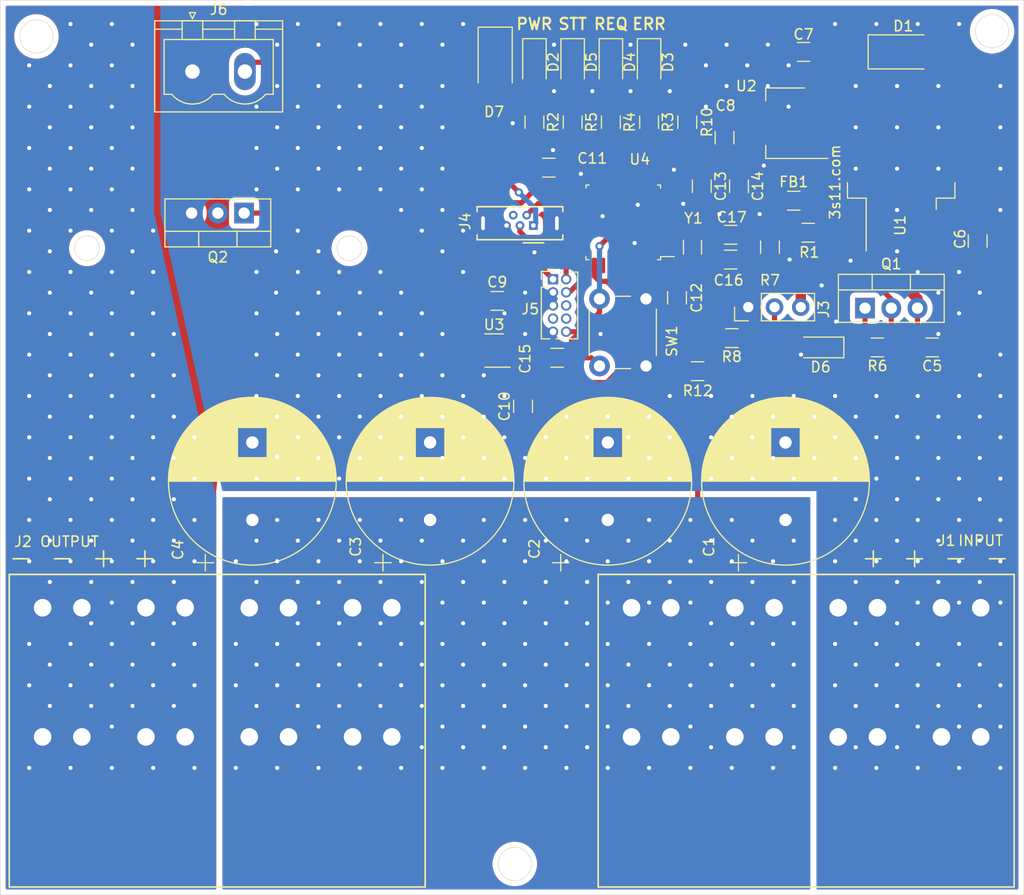
<source format=kicad_pcb>
(kicad_pcb (version 20171130) (host pcbnew 5.1.6-1.fc32)
  (layers (0 F.Cu signal) (31 B.Cu signal) (34 B.Paste user hide) (35 F.Paste user hide) (36 B.SilkS user) (37 F.SilkS user) (38 B.Mask user) (39 F.Mask user) (44 Edge.Cuts user))
  (net 0 "")
  (net 1 GND)
  (net 2 VBUS)
  (net 3 "Net-(C5-Pad1)")
  (net 4 +15V)
  (net 5 +3V3)
  (net 6 "Net-(C13-Pad2)")
  (net 7 NRST)
  (net 8 "Net-(C16-Pad1)")
  (net 9 "Net-(C17-Pad1)")
  (net 10 "Net-(D2-Pad2)")
  (net 11 "Net-(D3-Pad2)")
  (net 12 "Net-(D4-Pad2)")
  (net 13 "Net-(D5-Pad2)")
  (net 14 "Net-(D6-Pad1)")
  (net 15 termo)
  (net 16 "Net-(J3-Pad2)")
  (net 17 SWCLK)
  (net 18 SWDIO)
  (net 19 "Net-(J6-Pad2)")
  (net 20 Vmeas)
  (net 21 LED_ERR)
  (net 22 LED_REQ)
  (net 23 LED_STT)
  (net 24 "Net-(R8-Pad1)")
  (net 25 USB_DP)
  (net 26 T_REQ)
  (net 27 USB_DM)
  (net 28 PWM_uC)
  (net 29 "Net-(C7-Pad1)")
  (net 30 V_USB)
  (net 31 "Net-(C10-Pad2)")
  (net 32 "Net-(Q2-Pad1)")
  (module Resistor_SMD:R_1206_3216Metric (layer F.Cu) (at 168.5 87.3)
    (fp_text reference R12 (at 0 1.9) (layer F.SilkS))
    (fp_text value 0)
    (pad 2 smd roundrect (at 1.4 0) (size 1.25 1.75) (layers F.Cu F.Paste F.Mask) (roundrect_rratio 0.2) (net 4 +15V))
    (pad 1 smd roundrect (at -1.4 0) (size 1.25 1.75) (layers F.Cu F.Paste F.Mask) (roundrect_rratio 0.2) (net 31 "Net-(C10-Pad2)"))
  )
  (module Crystal:Crystal_SMD_3215-2Pin_3.2x1.5mm (layer F.Cu) (at 168 75.3 270)
    (fp_text reference Y1 (at -2.8 -0.1 180) (layer F.SilkS))
    (fp_text value "Crystal 32.768kHz L12.5pF")
    (pad 2 smd rect (at -1.25 0 270) (size 1 1.8) (layers F.Cu F.Paste F.Mask) (net 9 "Net-(C17-Pad1)"))
    (pad 1 smd rect (at 1.25 0 270) (size 1 1.8) (layers F.Cu F.Paste F.Mask) (net 8 "Net-(C16-Pad1)"))
  )
  (module Package_QFP:LQFP-32_7x7mm_P0.8mm (layer F.Cu) (at 161.3 72.9 180)
    (fp_text reference U4 (at -1.6 6.1) (layer F.SilkS))
    (fp_text value STM32L4_UFQFPN32_T3)
    (pad 32 smd roundrect (at -2.8 -4.175 180) (size 0.5 1.5) (layers F.Cu F.Paste F.Mask) (net 1 GND))
    (pad 31 smd roundrect (at -2 -4.175 180) (size 0.5 1.5) (layers F.Cu F.Paste F.Mask) (net 24 "Net-(R8-Pad1)"))
    (pad 30 smd roundrect (at -1.2 -4.175 180) (size 0.5 1.5) (layers F.Cu F.Paste F.Mask))
    (pad 29 smd roundrect (at -0.4 -4.175 180) (size 0.5 1.5) (layers F.Cu F.Paste F.Mask))
    (pad 28 smd roundrect (at 0.4 -4.175 180) (size 0.5 1.5) (layers F.Cu F.Paste F.Mask))
    (pad 27 smd roundrect (at 1.2 -4.175 180) (size 0.5 1.5) (layers F.Cu F.Paste F.Mask))
    (pad 26 smd roundrect (at 2 -4.175 180) (size 0.5 1.5) (layers F.Cu F.Paste F.Mask))
    (pad 25 smd roundrect (at 2.8 -4.175 180) (size 0.5 1.5) (layers F.Cu F.Paste F.Mask) (net 28 PWM_uC))
    (pad 24 smd roundrect (at 4.175 -2.8 180) (size 1.5 0.5) (layers F.Cu F.Paste F.Mask) (net 17 SWCLK))
    (pad 23 smd roundrect (at 4.175 -2 180) (size 1.5 0.5) (layers F.Cu F.Paste F.Mask) (net 18 SWDIO))
    (pad 22 smd roundrect (at 4.175 -1.2 180) (size 1.5 0.5) (layers F.Cu F.Paste F.Mask) (net 25 USB_DP))
    (pad 21 smd roundrect (at 4.175 -0.4 180) (size 1.5 0.5) (layers F.Cu F.Paste F.Mask) (net 27 USB_DM))
    (pad 20 smd roundrect (at 4.175 0.4 180) (size 1.5 0.5) (layers F.Cu F.Paste F.Mask))
    (pad 19 smd roundrect (at 4.175 1.2 180) (size 1.5 0.5) (layers F.Cu F.Paste F.Mask))
    (pad 18 smd roundrect (at 4.175 2 180) (size 1.5 0.5) (layers F.Cu F.Paste F.Mask))
    (pad 17 smd roundrect (at 4.175 2.8 180) (size 1.5 0.5) (layers F.Cu F.Paste F.Mask) (net 5 +3V3))
    (pad 16 smd roundrect (at 2.8 4.175 180) (size 0.5 1.5) (layers F.Cu F.Paste F.Mask) (net 1 GND))
    (pad 15 smd roundrect (at 2 4.175 180) (size 0.5 1.5) (layers F.Cu F.Paste F.Mask) (net 23 LED_STT))
    (pad 14 smd roundrect (at 1.2 4.175 180) (size 0.5 1.5) (layers F.Cu F.Paste F.Mask) (net 22 LED_REQ))
    (pad 13 smd roundrect (at 0.4 4.175 180) (size 0.5 1.5) (layers F.Cu F.Paste F.Mask) (net 21 LED_ERR))
    (pad 12 smd roundrect (at -0.4 4.175 180) (size 0.5 1.5) (layers F.Cu F.Paste F.Mask) (net 26 T_REQ))
    (pad 11 smd roundrect (at -1.2 4.175 180) (size 0.5 1.5) (layers F.Cu F.Paste F.Mask))
    (pad 10 smd roundrect (at -2 4.175 180) (size 0.5 1.5) (layers F.Cu F.Paste F.Mask))
    (pad 9 smd roundrect (at -2.8 4.175 180) (size 0.5 1.5) (layers F.Cu F.Paste F.Mask))
    (pad 8 smd roundrect (at -4.175 2.8 180) (size 1.5 0.5) (layers F.Cu F.Paste F.Mask) (net 20 Vmeas))
    (pad 7 smd roundrect (at -4.175 2 180) (size 1.5 0.5) (layers F.Cu F.Paste F.Mask))
    (pad 6 smd roundrect (at -4.175 1.2 180) (size 1.5 0.5) (layers F.Cu F.Paste F.Mask))
    (pad 5 smd roundrect (at -4.175 0.4 180) (size 1.5 0.5) (layers F.Cu F.Paste F.Mask) (net 6 "Net-(C13-Pad2)"))
    (pad 4 smd roundrect (at -4.175 -0.4 180) (size 1.5 0.5) (layers F.Cu F.Paste F.Mask) (net 7 NRST))
    (pad 3 smd roundrect (at -4.175 -1.2 180) (size 1.5 0.5) (layers F.Cu F.Paste F.Mask) (net 9 "Net-(C17-Pad1)"))
    (pad 2 smd roundrect (at -4.175 -2 180) (size 1.5 0.5) (layers F.Cu F.Paste F.Mask) (net 8 "Net-(C16-Pad1)"))
    (pad 1 smd roundrect (at -4.175 -2.8 180) (size 1.5 0.5) (layers F.Cu F.Paste F.Mask) (net 5 +3V3))
  )
  (module Package_TO_SOT_SMD:SOT-23-5 (layer F.Cu) (at 148.8 85.3 180)
    (fp_text reference U3 (at 0 2.5) (layer F.SilkS))
    (fp_text value PM8841)
    (pad 5 smd rect (at 1.1 -0.95 180) (size 1.06 0.65) (layers F.Cu F.Paste F.Mask) (net 32 "Net-(Q2-Pad1)"))
    (pad 4 smd rect (at 1.1 0.95 180) (size 1.06 0.65) (layers F.Cu F.Paste F.Mask) (net 5 +3V3))
    (pad 3 smd rect (at -1.1 0.95 180) (size 1.06 0.65) (layers F.Cu F.Paste F.Mask) (net 28 PWM_uC))
    (pad 2 smd rect (at -1.1 0 180) (size 1.06 0.65) (layers F.Cu F.Paste F.Mask) (net 1 GND))
    (pad 1 smd rect (at -1.1 -0.95 180) (size 1.06 0.65) (layers F.Cu F.Paste F.Mask) (net 31 "Net-(C10-Pad2)"))
  )
  (module Package_TO_SOT_SMD:SOT-223-3_TabPin2 (layer F.Cu) (at 177 63.3 180)
    (fp_text reference U2 (at 3.8 3.6 180) (layer F.SilkS))
    (fp_text value LDL1117S33R)
    (pad 1 smd rect (at -3.15 -2.3 180) (size 2 1.5) (layers F.Cu F.Paste F.Mask) (net 1 GND))
    (pad 3 smd rect (at -3.15 2.3 180) (size 2 1.5) (layers F.Cu F.Paste F.Mask) (net 29 "Net-(C7-Pad1)"))
    (pad 2 smd rect (at -3.15 0 180) (size 2 1.5) (layers F.Cu F.Paste F.Mask) (net 5 +3V3))
    (pad 2 smd rect (at 3.15 0 180) (size 2 3.8) (layers F.Cu F.Paste F.Mask) (net 5 +3V3))
  )
  (module Package_TO_SOT_SMD:TO-263-2 (layer F.Cu) (at 188.2 67.6 90)
    (fp_text reference U1 (at -5.6 -0.1 90) (layer F.SilkS))
    (fp_text value L7815CD2T-TR)
    (pad 2 smd rect (at 3.375 0 90) (size 9.4 10.8) (layers F.Cu F.Mask) (net 1 GND))
    (pad 3 smd rect (at -5.775 2.54 90) (size 4.6 1.1) (layers F.Cu F.Paste F.Mask) (net 4 +15V))
    (pad 1 smd rect (at -5.775 -2.54 90) (size 4.6 1.1) (layers F.Cu F.Paste F.Mask) (net 3 "Net-(C5-Pad1)"))
  )
  (module Button_Switch_THT:SW_PUSH_6mm_H7.3mm (layer F.Cu) (at 163.5 80.3 270)
    (fp_text reference SW1 (at 4.1 -2.5 90) (layer F.SilkS))
    (fp_text value SW_Push)
    (pad 1 thru_hole circle (at 6.5 0) (size 2 2) (drill 1.1) (layers *.Cu *.Mask) (net 1 GND))
    (pad 2 thru_hole circle (at 6.5 4.5) (size 2 2) (drill 1.1) (layers *.Cu *.Mask) (net 7 NRST))
    (pad 1 thru_hole circle (at 0 0) (size 2 2) (drill 1.1) (layers *.Cu *.Mask) (net 1 GND))
    (pad 2 thru_hole circle (at 0 4.5) (size 2 2) (drill 1.1) (layers *.Cu *.Mask) (net 7 NRST))
  )
  (module Resistor_SMD:R_1206_3216Metric (layer F.Cu) (at 167.5 63.2 90)
    (fp_text reference R10 (at 0 1.9 90) (layer F.SilkS))
    (fp_text value 7.5k)
    (pad 2 smd roundrect (at 1.4 0 90) (size 1.25 1.75) (layers F.Cu F.Paste F.Mask) (roundrect_rratio 0.2) (net 19 "Net-(J6-Pad2)"))
    (pad 1 smd roundrect (at -1.4 0 90) (size 1.25 1.75) (layers F.Cu F.Paste F.Mask) (roundrect_rratio 0.2) (net 26 T_REQ))
  )
  (module Resistor_SMD:R_1206_3216Metric (layer F.Cu) (at 171.8 84.1)
    (fp_text reference R8 (at 0 1.8) (layer F.SilkS))
    (fp_text value 10k)
    (pad 2 smd roundrect (at 1.4 0) (size 1.25 1.75) (layers F.Cu F.Paste F.Mask) (roundrect_rratio 0.2) (net 16 "Net-(J3-Pad2)"))
    (pad 1 smd roundrect (at -1.4 0) (size 1.25 1.75) (layers F.Cu F.Paste F.Mask) (roundrect_rratio 0.2) (net 24 "Net-(R8-Pad1)"))
  )
  (module Resistor_SMD:R_1206_3216Metric (layer F.Cu) (at 175.5 75.3 90)
    (fp_text reference R7 (at -3.2 0 180) (layer F.SilkS))
    (fp_text value 590)
    (pad 2 smd roundrect (at 1.4 0 90) (size 1.25 1.75) (layers F.Cu F.Paste F.Mask) (roundrect_rratio 0.2) (net 20 Vmeas))
    (pad 1 smd roundrect (at -1.4 0 90) (size 1.25 1.75) (layers F.Cu F.Paste F.Mask) (roundrect_rratio 0.2) (net 1 GND))
  )
  (module Resistor_SMD:R_1206_3216Metric (layer F.Cu) (at 185.9 85)
    (fp_text reference R6 (at 0 1.8) (layer F.SilkS))
    (fp_text value 7.5k)
    (pad 2 smd roundrect (at 1.4 0) (size 1.25 1.75) (layers F.Cu F.Paste F.Mask) (roundrect_rratio 0.2) (net 2 VBUS))
    (pad 1 smd roundrect (at -1.4 0) (size 1.25 1.75) (layers F.Cu F.Paste F.Mask) (roundrect_rratio 0.2) (net 14 "Net-(D6-Pad1)"))
  )
  (module Resistor_SMD:R_1206_3216Metric (layer F.Cu) (at 156.4 63.2 270)
    (fp_text reference R5 (at 0 -1.82 90) (layer F.SilkS))
    (fp_text value 820)
    (pad 2 smd roundrect (at 1.4 0 270) (size 1.25 1.75) (layers F.Cu F.Paste F.Mask) (roundrect_rratio 0.2) (net 23 LED_STT))
    (pad 1 smd roundrect (at -1.4 0 270) (size 1.25 1.75) (layers F.Cu F.Paste F.Mask) (roundrect_rratio 0.2) (net 13 "Net-(D5-Pad2)"))
  )
  (module Resistor_SMD:R_1206_3216Metric (layer F.Cu) (at 160.1 63.2 270)
    (fp_text reference R4 (at 0 -1.82 90) (layer F.SilkS))
    (fp_text value 820)
    (pad 2 smd roundrect (at 1.4 0 270) (size 1.25 1.75) (layers F.Cu F.Paste F.Mask) (roundrect_rratio 0.2) (net 22 LED_REQ))
    (pad 1 smd roundrect (at -1.4 0 270) (size 1.25 1.75) (layers F.Cu F.Paste F.Mask) (roundrect_rratio 0.2) (net 12 "Net-(D4-Pad2)"))
  )
  (module Resistor_SMD:R_1206_3216Metric (layer F.Cu) (at 163.8 63.2 270)
    (fp_text reference R3 (at 0 -1.82 90) (layer F.SilkS))
    (fp_text value 820)
    (pad 2 smd roundrect (at 1.4 0 270) (size 1.25 1.75) (layers F.Cu F.Paste F.Mask) (roundrect_rratio 0.2) (net 21 LED_ERR))
    (pad 1 smd roundrect (at -1.4 0 270) (size 1.25 1.75) (layers F.Cu F.Paste F.Mask) (roundrect_rratio 0.2) (net 11 "Net-(D3-Pad2)"))
  )
  (module Resistor_SMD:R_1206_3216Metric (layer F.Cu) (at 152.7 63.2 270)
    (fp_text reference R2 (at 0 -1.82 90) (layer F.SilkS))
    (fp_text value 820)
    (pad 2 smd roundrect (at 1.4 0 270) (size 1.25 1.75) (layers F.Cu F.Paste F.Mask) (roundrect_rratio 0.2) (net 5 +3V3))
    (pad 1 smd roundrect (at -1.4 0 270) (size 1.25 1.75) (layers F.Cu F.Paste F.Mask) (roundrect_rratio 0.2) (net 10 "Net-(D2-Pad2)"))
  )
  (module Resistor_SMD:R_1206_3216Metric (layer F.Cu) (at 179.2 73.9)
    (fp_text reference R1 (at 0.1 1.9) (layer F.SilkS))
    (fp_text value "10k 400mW")
    (pad 2 smd roundrect (at 1.4 0) (size 1.25 1.75) (layers F.Cu F.Paste F.Mask) (roundrect_rratio 0.2) (net 2 VBUS))
    (pad 1 smd roundrect (at -1.4 0) (size 1.25 1.75) (layers F.Cu F.Paste F.Mask) (roundrect_rratio 0.2) (net 20 Vmeas))
  )
  (module Package_TO_SOT_THT:TO-220-3_Vertical (layer F.Cu) (at 124.6 72 180)
    (fp_text reference Q2 (at 2.54 -4.27) (layer F.SilkS))
    (fp_text value IRF100B201)
    (pad 3 thru_hole oval (at 5.08 0 180) (size 1.905 2) (drill 1.1) (layers *.Cu *.Mask) (net 1 GND))
    (pad 2 thru_hole oval (at 2.54 0 180) (size 1.905 2) (drill 1.1) (layers *.Cu *.Mask) (net 15 termo))
    (pad 1 thru_hole rect (at 0 0 180) (size 1.905 2) (drill 1.1) (layers *.Cu *.Mask) (net 32 "Net-(Q2-Pad1)"))
  )
  (module Package_TO_SOT_THT:TO-220-3_Vertical (layer F.Cu) (at 184.7 81.2)
    (fp_text reference Q1 (at 2.54 -4.27) (layer F.SilkS))
    (fp_text value IRF100B201)
    (pad 3 thru_hole oval (at 5.08 0) (size 1.905 2) (drill 1.1) (layers *.Cu *.Mask) (net 3 "Net-(C5-Pad1)"))
    (pad 2 thru_hole oval (at 2.54 0) (size 1.905 2) (drill 1.1) (layers *.Cu *.Mask) (net 2 VBUS))
    (pad 1 thru_hole rect (at 0 0) (size 1.905 2) (drill 1.1) (layers *.Cu *.Mask) (net 14 "Net-(D6-Pad1)"))
  )
  (module Connector_Phoenix_MSTB:PhoenixContact_MSTBVA_2,5_2-G-5,08_1x02_P5.08mm_Vertical (layer F.Cu) (at 119.6 58.3)
    (fp_text reference J6 (at 2.54 -6) (layer F.SilkS))
    (fp_text value Conn_01x02)
    (pad 2 thru_hole oval (at 5.08 0) (size 2.08 3.6) (drill 1.4) (layers *.Cu *.Mask) (net 19 "Net-(J6-Pad2)"))
    (pad 1 thru_hole roundrect (at 0 0) (size 2.08 3.6) (drill 1.4) (layers *.Cu *.Mask) (roundrect_rratio 0.120192) (net 1 GND))
  )
  (module Connector_PinHeader_1.27mm:PinHeader_2x05_P1.27mm_Vertical (layer F.Cu) (at 154.5 78.4)
    (fp_text reference J5 (at -2.2 2.9) (layer F.SilkS))
    (fp_text value Conn_02x05_Odd_Even)
    (pad 10 thru_hole oval (at 1.27 5.08) (size 1 1) (drill 0.65) (layers *.Cu *.Mask) (net 7 NRST))
    (pad 9 thru_hole oval (at 0 5.08) (size 1 1) (drill 0.65) (layers *.Cu *.Mask) (net 1 GND))
    (pad 8 thru_hole oval (at 1.27 3.81) (size 1 1) (drill 0.65) (layers *.Cu *.Mask))
    (pad 7 thru_hole oval (at 0 3.81) (size 1 1) (drill 0.65) (layers *.Cu *.Mask))
    (pad 6 thru_hole oval (at 1.27 2.54) (size 1 1) (drill 0.65) (layers *.Cu *.Mask))
    (pad 5 thru_hole oval (at 0 2.54) (size 1 1) (drill 0.65) (layers *.Cu *.Mask) (net 1 GND))
    (pad 4 thru_hole oval (at 1.27 1.27) (size 1 1) (drill 0.65) (layers *.Cu *.Mask) (net 17 SWCLK))
    (pad 3 thru_hole oval (at 0 1.27) (size 1 1) (drill 0.65) (layers *.Cu *.Mask) (net 1 GND))
    (pad 2 thru_hole oval (at 1.27 0) (size 1 1) (drill 0.65) (layers *.Cu *.Mask) (net 18 SWDIO))
    (pad 1 thru_hole rect (at 0 0) (size 1 1) (drill 0.65) (layers *.Cu *.Mask) (net 5 +3V3))
  )
  (module Connector_USB:USB_Micro-B_Wuerth_614105150721_Vertical (layer F.Cu) (at 152.6 73.2 180)
    (fp_text reference J4 (at 6.6 0.4 270) (layer F.SilkS))
    (fp_text value USB_B_Micro)
    (pad 6 thru_hole oval (at 4.875 0.22 180) (size 0.85 1.85) (drill oval 0.35 1.35) (layers *.Cu *.Mask) (net 1 GND))
    (pad 6 thru_hole oval (at -2.275 0.22 180) (size 0.85 1.85) (drill oval 0.35 1.35) (layers *.Cu *.Mask) (net 1 GND))
    (pad 5 thru_hole circle (at 2.6 0 180) (size 0.84 0.84) (drill 0.44) (layers *.Cu *.Mask) (net 1 GND))
    (pad 4 thru_hole circle (at 1.95 1 180) (size 0.84 0.84) (drill 0.44) (layers *.Cu *.Mask))
    (pad 3 thru_hole circle (at 1.3 0 180) (size 0.84 0.84) (drill 0.44) (layers *.Cu *.Mask) (net 25 USB_DP))
    (pad 2 thru_hole circle (at 0.65 1 180) (size 0.84 0.84) (drill 0.44) (layers *.Cu *.Mask) (net 27 USB_DM))
    (pad 1 thru_hole rect (at 0 0 180) (size 0.84 0.84) (drill 0.44) (layers *.Cu *.Mask) (net 30 V_USB))
  )
  (module Connector_PinHeader_2.54mm:PinHeader_1x03_P2.54mm_Vertical (layer F.Cu) (at 173.4 81.1 90)
    (fp_text reference J3 (at -0.2 7.3 90) (layer F.SilkS))
    (fp_text value Conn_01x03)
    (pad 3 thru_hole oval (at 0 5.08 90) (size 1.7 1.7) (drill 1) (layers *.Cu *.Mask) (net 5 +3V3))
    (pad 2 thru_hole oval (at 0 2.54 90) (size 1.7 1.7) (drill 1) (layers *.Cu *.Mask) (net 16 "Net-(J3-Pad2)"))
    (pad 1 thru_hole rect (at 0 0 90) (size 1.7 1.7) (drill 1) (layers *.Cu *.Mask) (net 1 GND))
  )
  (module wago:2716-104 (layer F.Cu) (at 105.1 110.2)
    (fp_text reference J2 (at -1.9 -6.4) (layer F.SilkS))
    (fp_text value OUTPUT (at 2.6 -6.4) (layer F.SilkS))
    (fp_text user * (at 0 0) (layer F.SilkS))
    (pad 16 thru_hole circle (at 33.8 12.5) (size 2.2098 2.2098) (drill 1.7018) (layers *.Cu *.Mask) (net 2 VBUS))
    (pad 15 thru_hole circle (at 30 12.5) (size 2.2098 2.2098) (drill 1.7018) (layers *.Cu *.Mask) (net 2 VBUS))
    (pad 12 thru_hole circle (at 23.8 12.5) (size 2.2098 2.2098) (drill 1.7018) (layers *.Cu *.Mask) (net 2 VBUS))
    (pad 11 thru_hole circle (at 20 12.5) (size 2.2098 2.2098) (drill 1.7018) (layers *.Cu *.Mask) (net 2 VBUS))
    (pad 8 thru_hole circle (at 13.8 12.5) (size 2.2098 2.2098) (drill 1.7018) (layers *.Cu *.Mask) (net 15 termo))
    (pad 7 thru_hole circle (at 10 12.5) (size 2.2098 2.2098) (drill 1.7018) (layers *.Cu *.Mask) (net 15 termo))
    (pad 4 thru_hole circle (at 3.799999 12.5) (size 2.2098 2.2098) (drill 1.7018) (layers *.Cu *.Mask) (net 15 termo))
    (pad 3 thru_hole circle (at -0.000001 12.5) (size 2.2098 2.2098) (drill 1.7018) (layers *.Cu *.Mask) (net 15 termo))
    (pad 14 thru_hole circle (at 33.8 0) (size 2.2098 2.2098) (drill 1.7018) (layers *.Cu *.Mask) (net 2 VBUS))
    (pad 13 thru_hole circle (at 30 0) (size 2.2098 2.2098) (drill 1.7018) (layers *.Cu *.Mask) (net 2 VBUS))
    (pad 10 thru_hole circle (at 23.8 0) (size 2.2098 2.2098) (drill 1.7018) (layers *.Cu *.Mask) (net 2 VBUS))
    (pad 9 thru_hole circle (at 20 0) (size 2.2098 2.2098) (drill 1.7018) (layers *.Cu *.Mask) (net 2 VBUS))
    (pad 6 thru_hole circle (at 13.8 0) (size 2.2098 2.2098) (drill 1.7018) (layers *.Cu *.Mask) (net 15 termo))
    (pad 5 thru_hole circle (at 10 0) (size 2.2098 2.2098) (drill 1.7018) (layers *.Cu *.Mask) (net 15 termo))
    (pad 2 thru_hole circle (at 3.799999 0) (size 2.2098 2.2098) (drill 1.7018) (layers *.Cu *.Mask) (net 15 termo))
    (pad 1 thru_hole circle (at -0.000001 0) (size 2.2098 2.2098) (drill 1.7018) (layers *.Cu *.Mask) (net 15 termo))
  )
  (module wago:2716-104 (layer F.Cu) (at 162.1 110.2)
    (fp_text reference J1 (at 30.5 -6.5) (layer F.SilkS))
    (fp_text value INPUT (at 33.8 -6.5) (layer F.SilkS))
    (fp_text user * (at 0 0) (layer F.SilkS))
    (pad 16 thru_hole circle (at 33.8 12.5) (size 2.2098 2.2098) (drill 1.7018) (layers *.Cu *.Mask) (net 1 GND))
    (pad 15 thru_hole circle (at 30 12.5) (size 2.2098 2.2098) (drill 1.7018) (layers *.Cu *.Mask) (net 1 GND))
    (pad 12 thru_hole circle (at 23.8 12.5) (size 2.2098 2.2098) (drill 1.7018) (layers *.Cu *.Mask) (net 1 GND))
    (pad 11 thru_hole circle (at 20 12.5) (size 2.2098 2.2098) (drill 1.7018) (layers *.Cu *.Mask) (net 1 GND))
    (pad 8 thru_hole circle (at 13.8 12.5) (size 2.2098 2.2098) (drill 1.7018) (layers *.Cu *.Mask) (net 2 VBUS))
    (pad 7 thru_hole circle (at 10 12.5) (size 2.2098 2.2098) (drill 1.7018) (layers *.Cu *.Mask) (net 2 VBUS))
    (pad 4 thru_hole circle (at 3.799999 12.5) (size 2.2098 2.2098) (drill 1.7018) (layers *.Cu *.Mask) (net 2 VBUS))
    (pad 3 thru_hole circle (at -0.000001 12.5) (size 2.2098 2.2098) (drill 1.7018) (layers *.Cu *.Mask) (net 2 VBUS))
    (pad 14 thru_hole circle (at 33.8 0) (size 2.2098 2.2098) (drill 1.7018) (layers *.Cu *.Mask) (net 1 GND))
    (pad 13 thru_hole circle (at 30 0) (size 2.2098 2.2098) (drill 1.7018) (layers *.Cu *.Mask) (net 1 GND))
    (pad 10 thru_hole circle (at 23.8 0) (size 2.2098 2.2098) (drill 1.7018) (layers *.Cu *.Mask) (net 1 GND))
    (pad 9 thru_hole circle (at 20 0) (size 2.2098 2.2098) (drill 1.7018) (layers *.Cu *.Mask) (net 1 GND))
    (pad 6 thru_hole circle (at 13.8 0) (size 2.2098 2.2098) (drill 1.7018) (layers *.Cu *.Mask) (net 2 VBUS))
    (pad 5 thru_hole circle (at 10 0) (size 2.2098 2.2098) (drill 1.7018) (layers *.Cu *.Mask) (net 2 VBUS))
    (pad 2 thru_hole circle (at 3.799999 0) (size 2.2098 2.2098) (drill 1.7018) (layers *.Cu *.Mask) (net 2 VBUS))
    (pad 1 thru_hole circle (at -0.000001 0) (size 2.2098 2.2098) (drill 1.7018) (layers *.Cu *.Mask) (net 2 VBUS))
  )
  (module Inductor_SMD:L_1206_3216Metric (layer F.Cu) (at 177.8 70.8)
    (fp_text reference FB1 (at 0 -1.82) (layer F.SilkS))
    (fp_text value Ferrite_Bead)
    (pad 2 smd roundrect (at 1.4 0) (size 1.25 1.75) (layers F.Cu F.Paste F.Mask) (roundrect_rratio 0.2) (net 5 +3V3))
    (pad 1 smd roundrect (at -1.4 0) (size 1.25 1.75) (layers F.Cu F.Paste F.Mask) (roundrect_rratio 0.2) (net 6 "Net-(C13-Pad2)"))
  )
  (module Diode_SMD:D_SMA (layer F.Cu) (at 148.9 57.4 270)
    (fp_text reference D7 (at 4.8 0.1 180) (layer F.SilkS))
    (fp_text value D)
    (pad 2 smd rect (at 2 0 270) (size 2.5 1.8) (layers F.Cu F.Paste F.Mask) (net 30 V_USB))
    (pad 1 smd rect (at -2 0 270) (size 2.5 1.8) (layers F.Cu F.Paste F.Mask) (net 29 "Net-(C7-Pad1)"))
  )
  (module Diode_SMD:D_SOD-123 (layer F.Cu) (at 180.4 85 180)
    (fp_text reference D6 (at 0 -1.9) (layer F.SilkS))
    (fp_text value MMSZ5256BT1G_30V)
    (pad 2 smd rect (at 1.65 0 180) (size 0.9 1.2) (layers F.Cu F.Paste F.Mask) (net 1 GND))
    (pad 1 smd rect (at -1.65 0 180) (size 0.9 1.2) (layers F.Cu F.Paste F.Mask) (net 14 "Net-(D6-Pad1)"))
  )
  (module LED_SMD:LED_1206_3216Metric (layer F.Cu) (at 156.4 57.4 270)
    (fp_text reference D5 (at 0 -1.82 90) (layer F.SilkS))
    (fp_text value LED_STT)
    (pad 2 smd roundrect (at 1.4 0 270) (size 1.25 1.75) (layers F.Cu F.Paste F.Mask) (roundrect_rratio 0.2) (net 13 "Net-(D5-Pad2)"))
    (pad 1 smd roundrect (at -1.4 0 270) (size 1.25 1.75) (layers F.Cu F.Paste F.Mask) (roundrect_rratio 0.2) (net 1 GND))
  )
  (module LED_SMD:LED_1206_3216Metric (layer F.Cu) (at 160.1 57.4 270)
    (fp_text reference D4 (at 0 -1.82 90) (layer F.SilkS))
    (fp_text value LED_REQ)
    (pad 2 smd roundrect (at 1.4 0 270) (size 1.25 1.75) (layers F.Cu F.Paste F.Mask) (roundrect_rratio 0.2) (net 12 "Net-(D4-Pad2)"))
    (pad 1 smd roundrect (at -1.4 0 270) (size 1.25 1.75) (layers F.Cu F.Paste F.Mask) (roundrect_rratio 0.2) (net 1 GND))
  )
  (module LED_SMD:LED_1206_3216Metric (layer F.Cu) (at 163.8 57.4 270)
    (fp_text reference D3 (at 0 -1.82 90) (layer F.SilkS))
    (fp_text value LED_ERR)
    (pad 2 smd roundrect (at 1.4 0 270) (size 1.25 1.75) (layers F.Cu F.Paste F.Mask) (roundrect_rratio 0.2) (net 11 "Net-(D3-Pad2)"))
    (pad 1 smd roundrect (at -1.4 0 270) (size 1.25 1.75) (layers F.Cu F.Paste F.Mask) (roundrect_rratio 0.2) (net 1 GND))
  )
  (module LED_SMD:LED_1206_3216Metric (layer F.Cu) (at 152.7 57.4 270)
    (fp_text reference D2 (at 0 -1.82 90) (layer F.SilkS))
    (fp_text value LED_PWR)
    (pad 2 smd roundrect (at 1.4 0 270) (size 1.25 1.75) (layers F.Cu F.Paste F.Mask) (roundrect_rratio 0.2) (net 10 "Net-(D2-Pad2)"))
    (pad 1 smd roundrect (at -1.4 0 270) (size 1.25 1.75) (layers F.Cu F.Paste F.Mask) (roundrect_rratio 0.2) (net 1 GND))
  )
  (module Diode_SMD:D_SMA (layer F.Cu) (at 188.4 56.4)
    (fp_text reference D1 (at 0 -2.5) (layer F.SilkS))
    (fp_text value D)
    (pad 2 smd rect (at 2 0) (size 2.5 1.8) (layers F.Cu F.Paste F.Mask) (net 4 +15V))
    (pad 1 smd rect (at -2 0) (size 2.5 1.8) (layers F.Cu F.Paste F.Mask) (net 29 "Net-(C7-Pad1)"))
  )
  (module Capacitor_SMD:C_1206_3216Metric (layer F.Cu) (at 171.7 74.1)
    (fp_text reference C17 (at 0.1 -1.7) (layer F.SilkS))
    (fp_text value 22pF)
    (pad 2 smd roundrect (at 1.4 0) (size 1.25 1.75) (layers F.Cu F.Paste F.Mask) (roundrect_rratio 0.2) (net 1 GND))
    (pad 1 smd roundrect (at -1.4 0) (size 1.25 1.75) (layers F.Cu F.Paste F.Mask) (roundrect_rratio 0.2) (net 9 "Net-(C17-Pad1)"))
  )
  (module Capacitor_SMD:C_1206_3216Metric (layer F.Cu) (at 171.7 76.5)
    (fp_text reference C16 (at -0.2 2) (layer F.SilkS))
    (fp_text value 22pF)
    (pad 2 smd roundrect (at 1.4 0) (size 1.25 1.75) (layers F.Cu F.Paste F.Mask) (roundrect_rratio 0.2) (net 1 GND))
    (pad 1 smd roundrect (at -1.4 0) (size 1.25 1.75) (layers F.Cu F.Paste F.Mask) (roundrect_rratio 0.2) (net 8 "Net-(C16-Pad1)"))
  )
  (module Capacitor_SMD:C_1206_3216Metric (layer F.Cu) (at 154.9 86 180)
    (fp_text reference C15 (at 3.1 -0.1 270) (layer F.SilkS))
    (fp_text value 100nF)
    (pad 2 smd roundrect (at 1.4 0 180) (size 1.25 1.75) (layers F.Cu F.Paste F.Mask) (roundrect_rratio 0.2) (net 1 GND))
    (pad 1 smd roundrect (at -1.4 0 180) (size 1.25 1.75) (layers F.Cu F.Paste F.Mask) (roundrect_rratio 0.2) (net 7 NRST))
  )
  (module Capacitor_SMD:C_1206_3216Metric (layer F.Cu) (at 172.5 69.4 270)
    (fp_text reference C14 (at 0 -1.82 90) (layer F.SilkS))
    (fp_text value 100nF)
    (pad 2 smd roundrect (at 1.4 0 270) (size 1.25 1.75) (layers F.Cu F.Paste F.Mask) (roundrect_rratio 0.2) (net 6 "Net-(C13-Pad2)"))
    (pad 1 smd roundrect (at -1.4 0 270) (size 1.25 1.75) (layers F.Cu F.Paste F.Mask) (roundrect_rratio 0.2) (net 1 GND))
  )
  (module Capacitor_SMD:C_1206_3216Metric (layer F.Cu) (at 168.9 69.4 270)
    (fp_text reference C13 (at 0 -1.82 90) (layer F.SilkS))
    (fp_text value 1uF)
    (pad 2 smd roundrect (at 1.4 0 270) (size 1.25 1.75) (layers F.Cu F.Paste F.Mask) (roundrect_rratio 0.2) (net 6 "Net-(C13-Pad2)"))
    (pad 1 smd roundrect (at -1.4 0 270) (size 1.25 1.75) (layers F.Cu F.Paste F.Mask) (roundrect_rratio 0.2) (net 1 GND))
  )
  (module Capacitor_SMD:C_1206_3216Metric (layer F.Cu) (at 166.5 80.2 90)
    (fp_text reference C12 (at 0 1.9 90) (layer F.SilkS))
    (fp_text value 100nF)
    (pad 2 smd roundrect (at 1.4 0 90) (size 1.25 1.75) (layers F.Cu F.Paste F.Mask) (roundrect_rratio 0.2) (net 5 +3V3))
    (pad 1 smd roundrect (at -1.4 0 90) (size 1.25 1.75) (layers F.Cu F.Paste F.Mask) (roundrect_rratio 0.2) (net 1 GND))
  )
  (module Capacitor_SMD:C_1206_3216Metric (layer F.Cu) (at 154.1 67.6 180)
    (fp_text reference C11 (at -4.2 0.9) (layer F.SilkS))
    (fp_text value 100nF)
    (pad 2 smd roundrect (at 1.4 0 180) (size 1.25 1.75) (layers F.Cu F.Paste F.Mask) (roundrect_rratio 0.2) (net 5 +3V3))
    (pad 1 smd roundrect (at -1.4 0 180) (size 1.25 1.75) (layers F.Cu F.Paste F.Mask) (roundrect_rratio 0.2) (net 1 GND))
  )
  (module Capacitor_SMD:C_1206_3216Metric (layer F.Cu) (at 151.6 90.7 90)
    (fp_text reference C10 (at 0 -1.8 90) (layer F.SilkS))
    (fp_text value 1uF)
    (pad 2 smd roundrect (at 1.4 0 90) (size 1.25 1.75) (layers F.Cu F.Paste F.Mask) (roundrect_rratio 0.2) (net 31 "Net-(C10-Pad2)"))
    (pad 1 smd roundrect (at -1.4 0 90) (size 1.25 1.75) (layers F.Cu F.Paste F.Mask) (roundrect_rratio 0.2) (net 1 GND))
  )
  (module Capacitor_SMD:C_1206_3216Metric (layer F.Cu) (at 149.1 80.5)
    (fp_text reference C9 (at 0 -1.82) (layer F.SilkS))
    (fp_text value 100nF)
    (pad 2 smd roundrect (at 1.4 0) (size 1.25 1.75) (layers F.Cu F.Paste F.Mask) (roundrect_rratio 0.2) (net 1 GND))
    (pad 1 smd roundrect (at -1.4 0) (size 1.25 1.75) (layers F.Cu F.Paste F.Mask) (roundrect_rratio 0.2) (net 5 +3V3))
  )
  (module Capacitor_SMD:C_1206_3216Metric (layer F.Cu) (at 171.1 64.7 270)
    (fp_text reference C8 (at -3.1 -0.1) (layer F.SilkS))
    (fp_text value 4.7uF)
    (pad 2 smd roundrect (at 1.4 0 270) (size 1.25 1.75) (layers F.Cu F.Paste F.Mask) (roundrect_rratio 0.2) (net 1 GND))
    (pad 1 smd roundrect (at -1.4 0 270) (size 1.25 1.75) (layers F.Cu F.Paste F.Mask) (roundrect_rratio 0.2) (net 5 +3V3))
  )
  (module Capacitor_SMD:C_1206_3216Metric (layer F.Cu) (at 178.75 56.4 180)
    (fp_text reference C7 (at 0 1.7 180) (layer F.SilkS))
    (fp_text value 1uF)
    (pad 2 smd roundrect (at 1.4 0 180) (size 1.25 1.75) (layers F.Cu F.Paste F.Mask) (roundrect_rratio 0.2) (net 1 GND))
    (pad 1 smd roundrect (at -1.4 0 180) (size 1.25 1.75) (layers F.Cu F.Paste F.Mask) (roundrect_rratio 0.2) (net 29 "Net-(C7-Pad1)"))
  )
  (module Capacitor_SMD:C_1206_3216Metric (layer F.Cu) (at 195.6 74.7 270)
    (fp_text reference C6 (at -0.2 1.7 90) (layer F.SilkS))
    (fp_text value 100nF)
    (pad 2 smd roundrect (at 1.4 0 270) (size 1.25 1.75) (layers F.Cu F.Paste F.Mask) (roundrect_rratio 0.2) (net 1 GND))
    (pad 1 smd roundrect (at -1.4 0 270) (size 1.25 1.75) (layers F.Cu F.Paste F.Mask) (roundrect_rratio 0.2) (net 4 +15V))
  )
  (module Capacitor_SMD:C_1206_3216Metric (layer F.Cu) (at 191.2 85)
    (fp_text reference C5 (at 0 1.8) (layer F.SilkS))
    (fp_text value 0.33uF)
    (pad 2 smd roundrect (at 1.4 0) (size 1.25 1.75) (layers F.Cu F.Paste F.Mask) (roundrect_rratio 0.2) (net 1 GND))
    (pad 1 smd roundrect (at -1.4 0) (size 1.25 1.75) (layers F.Cu F.Paste F.Mask) (roundrect_rratio 0.2) (net 3 "Net-(C5-Pad1)"))
  )
  (module Capacitor_THT:CP_Radial_D16.0mm_P7.50mm (layer F.Cu) (at 125.4 101.7 90)
    (fp_text reference C4 (at -2.9 -7.2 90) (layer F.SilkS))
    (fp_text value "470uF 100V")
    (pad 2 thru_hole circle (at 7.5 0 90) (size 2.4 2.4) (drill 1.2) (layers *.Cu *.Mask) (net 1 GND))
    (pad 1 thru_hole rect (at 0 0 90) (size 2.4 2.4) (drill 1.2) (layers *.Cu *.Mask) (net 2 VBUS))
  )
  (module Capacitor_THT:CP_Radial_D16.0mm_P7.50mm (layer F.Cu) (at 142.6 101.7 90)
    (fp_text reference C3 (at -2.6 -7.2 90) (layer F.SilkS))
    (fp_text value "470uF 100V")
    (pad 2 thru_hole circle (at 7.5 0 90) (size 2.4 2.4) (drill 1.2) (layers *.Cu *.Mask) (net 1 GND))
    (pad 1 thru_hole rect (at 0 0 90) (size 2.4 2.4) (drill 1.2) (layers *.Cu *.Mask) (net 2 VBUS))
  )
  (module Capacitor_THT:CP_Radial_D16.0mm_P7.50mm (layer F.Cu) (at 159.8 101.7 90)
    (fp_text reference C2 (at -2.8 -7.1 90) (layer F.SilkS))
    (fp_text value "470uF 100V")
    (pad 2 thru_hole circle (at 7.5 0 90) (size 2.4 2.4) (drill 1.2) (layers *.Cu *.Mask) (net 1 GND))
    (pad 1 thru_hole rect (at 0 0 90) (size 2.4 2.4) (drill 1.2) (layers *.Cu *.Mask) (net 2 VBUS))
  )
  (module Capacitor_THT:CP_Radial_D16.0mm_P7.50mm (layer F.Cu) (at 177 101.7 90)
    (fp_text reference C1 (at -2.6 -7.4 90) (layer F.SilkS))
    (fp_text value "470uF 100V")
    (pad 2 thru_hole circle (at 7.5 0 90) (size 2.4 2.4) (drill 1.2) (layers *.Cu *.Mask) (net 1 GND))
    (pad 1 thru_hole rect (at 0 0 90) (size 2.4 2.4) (drill 1.2) (layers *.Cu *.Mask) (net 2 VBUS))
  )
  (gr_text STT (at 156.4 53.7) (layer F.SilkS) (effects (font (size 1.1 1.1) (thickness 0.2))))
  (gr_text REQ (at 160.1 53.7) (layer F.SilkS) (effects (font (size 1.1 1.1) (thickness 0.2))))
  (gr_text ERR (at 163.8 53.7) (layer F.SilkS) (effects (font (size 1.1 1.1) (thickness 0.2))))
  (gr_text PWR (at 152.7 53.7) (layer F.SilkS) (effects (font (size 1.1 1.1) (thickness 0.2))))
  (gr_text 3s11.com (at 181.8 69 90) (layer F.SilkS) (effects (font (size 1 1))))
  (gr_text "+ + - -" (at 191.5 105.3) (layer F.SilkS) (effects (font (size 2 2))))
  (gr_text "- - + +" (at 109 105.3) (layer F.SilkS) (effects (font (size 2 2))))
  (gr_circle (center 150.8 135) (end 152.413274 135) (layer Edge.Cuts) (width 0.05))
  (gr_circle (center 197 54.4) (end 198.613274 54.4) (layer Edge.Cuts) (width 0.05))
  (gr_circle (center 104.5 54.9) (end 106.113274 54.9) (layer Edge.Cuts) (width 0.05))
  (gr_circle (center 134.8 75.4) (end 136 75.4) (layer Edge.Cuts) (width 0.05))
  (gr_circle (center 109.4 75.4) (end 110.6 75.4) (layer Edge.Cuts) (width 0.05))
  (gr_line (start 200.07 51.4) (end 200.07 138) (layer Edge.Cuts) (width 0.05))
  (gr_line (start 101 51.4) (end 200.07 51.4) (layer Edge.Cuts) (width 0.05))
  (gr_line (start 101 138) (end 101 51.4) (layer Edge.Cuts) (width 0.05))
  (gr_line (start 200.07 138) (end 101 138) (layer Edge.Cuts) (width 0.05))
  (via (at 137.8 81.7) (size 0.8) (drill 0.4) (layers F.Cu B.Cu) (net 1))
  (via (at 135.8 83.7) (size 0.8) (drill 0.4) (layers F.Cu B.Cu) (net 1))
  (via (at 141.8 81.7) (size 0.8) (drill 0.4) (layers F.Cu B.Cu) (net 1))
  (via (at 131.8 83.7) (size 0.8) (drill 0.4) (layers F.Cu B.Cu) (net 1))
  (via (at 133.8 81.7) (size 0.8) (drill 0.4) (layers F.Cu B.Cu) (net 1))
  (via (at 139.8 79.7) (size 0.8) (drill 0.4) (layers F.Cu B.Cu) (net 1))
  (via (at 143.8 83.7) (size 0.8) (drill 0.4) (layers F.Cu B.Cu) (net 1))
  (via (at 135.8 79.7) (size 0.8) (drill 0.4) (layers F.Cu B.Cu) (net 1))
  (via (at 139.8 83.7) (size 0.8) (drill 0.4) (layers F.Cu B.Cu) (net 1))
  (via (at 135.8 87.7) (size 0.8) (drill 0.4) (layers F.Cu B.Cu) (net 1))
  (via (at 133.8 89.7) (size 0.8) (drill 0.4) (layers F.Cu B.Cu) (net 1))
  (via (at 139.8 87.7) (size 0.8) (drill 0.4) (layers F.Cu B.Cu) (net 1))
  (via (at 141.8 85.7) (size 0.8) (drill 0.4) (layers F.Cu B.Cu) (net 1))
  (via (at 131.8 87.7) (size 0.8) (drill 0.4) (layers F.Cu B.Cu) (net 1))
  (via (at 137.8 85.7) (size 0.8) (drill 0.4) (layers F.Cu B.Cu) (net 1))
  (via (at 141.8 89.7) (size 0.8) (drill 0.4) (layers F.Cu B.Cu) (net 1))
  (via (at 133.8 85.7) (size 0.8) (drill 0.4) (layers F.Cu B.Cu) (net 1))
  (via (at 137.8 89.7) (size 0.8) (drill 0.4) (layers F.Cu B.Cu) (net 1))
  (via (at 183.8 67.7) (size 0.8) (drill 0.4) (layers F.Cu B.Cu) (net 1))
  (via (at 187.8 67.7) (size 0.8) (drill 0.4) (layers F.Cu B.Cu) (net 1))
  (via (at 191.8 67.7) (size 0.8) (drill 0.4) (layers F.Cu B.Cu) (net 1))
  (via (at 191.8 63.7) (size 0.8) (drill 0.4) (layers F.Cu B.Cu) (net 1))
  (via (at 191.8 59.7) (size 0.8) (drill 0.4) (layers F.Cu B.Cu) (net 1))
  (via (at 187.8 59.7) (size 0.8) (drill 0.4) (layers F.Cu B.Cu) (net 1))
  (via (at 183.8 59.7) (size 0.8) (drill 0.4) (layers F.Cu B.Cu) (net 1))
  (via (at 183.8 63.7) (size 0.8) (drill 0.4) (layers F.Cu B.Cu) (net 1))
  (via (at 187.8 63.7) (size 0.8) (drill 0.4) (layers F.Cu B.Cu) (net 1))
  (via (at 187.8 115.7) (size 0.8) (drill 0.4) (layers F.Cu B.Cu) (net 1))
  (via (at 189.8 117.7) (size 0.8) (drill 0.4) (layers F.Cu B.Cu) (net 1))
  (via (at 191.8 115.7) (size 0.8) (drill 0.4) (layers F.Cu B.Cu) (net 1))
  (via (at 183.8 115.7) (size 0.8) (drill 0.4) (layers F.Cu B.Cu) (net 1))
  (via (at 185.8 117.7) (size 0.8) (drill 0.4) (layers F.Cu B.Cu) (net 1))
  (via (at 181.8 117.7) (size 0.8) (drill 0.4) (layers F.Cu B.Cu) (net 1))
  (via (at 197.8 117.7) (size 0.8) (drill 0.4) (layers F.Cu B.Cu) (net 1))
  (via (at 193.8 117.7) (size 0.8) (drill 0.4) (layers F.Cu B.Cu) (net 1))
  (via (at 195.8 115.7) (size 0.8) (drill 0.4) (layers F.Cu B.Cu) (net 1))
  (via (at 195.8 103.7) (size 0.8) (drill 0.4) (layers F.Cu B.Cu) (net 1))
  (via (at 197.8 105.7) (size 0.8) (drill 0.4) (layers F.Cu B.Cu) (net 1))
  (via (at 189.8 101.7) (size 0.8) (drill 0.4) (layers F.Cu B.Cu) (net 1))
  (via (at 193.8 105.7) (size 0.8) (drill 0.4) (layers F.Cu B.Cu) (net 1))
  (via (at 197.8 101.7) (size 0.8) (drill 0.4) (layers F.Cu B.Cu) (net 1))
  (via (at 189.8 105.7) (size 0.8) (drill 0.4) (layers F.Cu B.Cu) (net 1))
  (via (at 183.8 103.7) (size 0.8) (drill 0.4) (layers F.Cu B.Cu) (net 1))
  (via (at 193.8 101.7) (size 0.8) (drill 0.4) (layers F.Cu B.Cu) (net 1))
  (via (at 181.8 101.7) (size 0.8) (drill 0.4) (layers F.Cu B.Cu) (net 1))
  (via (at 191.8 103.7) (size 0.8) (drill 0.4) (layers F.Cu B.Cu) (net 1))
  (via (at 185.8 101.7) (size 0.8) (drill 0.4) (layers F.Cu B.Cu) (net 1))
  (via (at 185.8 105.7) (size 0.8) (drill 0.4) (layers F.Cu B.Cu) (net 1))
  (via (at 181.8 105.7) (size 0.8) (drill 0.4) (layers F.Cu B.Cu) (net 1))
  (via (at 187.8 103.7) (size 0.8) (drill 0.4) (layers F.Cu B.Cu) (net 1))
  (via (at 185.8 97.7) (size 0.8) (drill 0.4) (layers F.Cu B.Cu) (net 1))
  (via (at 195.8 99.7) (size 0.8) (drill 0.4) (layers F.Cu B.Cu) (net 1))
  (via (at 187.8 99.7) (size 0.8) (drill 0.4) (layers F.Cu B.Cu) (net 1))
  (via (at 191.8 99.7) (size 0.8) (drill 0.4) (layers F.Cu B.Cu) (net 1))
  (via (at 197.8 97.7) (size 0.8) (drill 0.4) (layers F.Cu B.Cu) (net 1))
  (via (at 193.8 97.7) (size 0.8) (drill 0.4) (layers F.Cu B.Cu) (net 1))
  (via (at 189.8 97.7) (size 0.8) (drill 0.4) (layers F.Cu B.Cu) (net 1))
  (via (at 185.8 93.7) (size 0.8) (drill 0.4) (layers F.Cu B.Cu) (net 1))
  (via (at 195.8 95.7) (size 0.8) (drill 0.4) (layers F.Cu B.Cu) (net 1))
  (via (at 187.8 95.7) (size 0.8) (drill 0.4) (layers F.Cu B.Cu) (net 1))
  (via (at 191.8 95.7) (size 0.8) (drill 0.4) (layers F.Cu B.Cu) (net 1))
  (via (at 197.8 93.7) (size 0.8) (drill 0.4) (layers F.Cu B.Cu) (net 1))
  (via (at 193.8 93.7) (size 0.8) (drill 0.4) (layers F.Cu B.Cu) (net 1))
  (via (at 189.8 93.7) (size 0.8) (drill 0.4) (layers F.Cu B.Cu) (net 1))
  (segment (start 155.5 67.6) (end 155.5 67) (width 0.5) (layer F.Cu) (net 1))
  (via (at 183.8 107.7) (size 0.8) (drill 0.4) (layers F.Cu B.Cu) (net 1))
  (via (at 183.8 111.7) (size 0.8) (drill 0.4) (layers F.Cu B.Cu) (net 1))
  (via (at 181.8 113.7) (size 0.8) (drill 0.4) (layers F.Cu B.Cu) (net 1))
  (via (at 187.8 107.7) (size 0.8) (drill 0.4) (layers F.Cu B.Cu) (net 1))
  (via (at 187.8 111.7) (size 0.8) (drill 0.4) (layers F.Cu B.Cu) (net 1))
  (via (at 183.8 119.7) (size 0.8) (drill 0.4) (layers F.Cu B.Cu) (net 1))
  (via (at 183.8 123.7) (size 0.8) (drill 0.4) (layers F.Cu B.Cu) (net 1))
  (via (at 181.8 125.7) (size 0.8) (drill 0.4) (layers F.Cu B.Cu) (net 1))
  (via (at 187.8 119.7) (size 0.8) (drill 0.4) (layers F.Cu B.Cu) (net 1))
  (via (at 187.8 123.7) (size 0.8) (drill 0.4) (layers F.Cu B.Cu) (net 1))
  (via (at 191.8 107.7) (size 0.8) (drill 0.4) (layers F.Cu B.Cu) (net 1))
  (via (at 193.8 109.7) (size 0.8) (drill 0.4) (layers F.Cu B.Cu) (net 1))
  (via (at 195.8 107.7) (size 0.8) (drill 0.4) (layers F.Cu B.Cu) (net 1))
  (via (at 197.8 109.7) (size 0.8) (drill 0.4) (layers F.Cu B.Cu) (net 1))
  (via (at 197.8 113.7) (size 0.8) (drill 0.4) (layers F.Cu B.Cu) (net 1))
  (via (at 191.8 119.7) (size 0.8) (drill 0.4) (layers F.Cu B.Cu) (net 1))
  (via (at 193.8 121.7) (size 0.8) (drill 0.4) (layers F.Cu B.Cu) (net 1))
  (via (at 193.8 125.7) (size 0.8) (drill 0.4) (layers F.Cu B.Cu) (net 1))
  (via (at 189.8 121.7) (size 0.8) (drill 0.4) (layers F.Cu B.Cu) (net 1))
  (via (at 195.8 119.7) (size 0.8) (drill 0.4) (layers F.Cu B.Cu) (net 1))
  (via (at 197.8 121.7) (size 0.8) (drill 0.4) (layers F.Cu B.Cu) (net 1))
  (via (at 197.8 125.7) (size 0.8) (drill 0.4) (layers F.Cu B.Cu) (net 1))
  (via (at 189.8 125.7) (size 0.8) (drill 0.4) (layers F.Cu B.Cu) (net 1))
  (via (at 183.8 99.7) (size 0.8) (drill 0.4) (layers F.Cu B.Cu) (net 1))
  (via (at 189.8 109.7) (size 0.8) (drill 0.4) (layers F.Cu B.Cu) (net 1))
  (via (at 189.8 113.7) (size 0.8) (drill 0.4) (layers F.Cu B.Cu) (net 1))
  (via (at 185.8 113.7) (size 0.8) (drill 0.4) (layers F.Cu B.Cu) (net 1))
  (via (at 193.8 113.7) (size 0.8) (drill 0.4) (layers F.Cu B.Cu) (net 1))
  (via (at 185.8 125.7) (size 0.8) (drill 0.4) (layers F.Cu B.Cu) (net 1))
  (segment (start 173.3 76.7) (end 173.1 76.5) (width 0.5) (layer F.Cu) (net 1))
  (segment (start 175.5 76.7) (end 173.3 76.7) (width 0.5) (layer F.Cu) (net 1))
  (via (at 154.6 60.2) (size 0.8) (drill 0.4) (layers F.Cu B.Cu) (net 1))
  (via (at 158.3 60.2) (size 0.8) (drill 0.4) (layers F.Cu B.Cu) (net 1))
  (via (at 162 60.2) (size 0.8) (drill 0.4) (layers F.Cu B.Cu) (net 1))
  (via (at 165.8 60.2) (size 0.8) (drill 0.4) (layers F.Cu B.Cu) (net 1))
  (via (at 159.1 83.7) (size 0.8) (drill 0.4) (layers F.Cu B.Cu) (net 1))
  (via (at 180.5 79) (size 0.8) (drill 0.4) (layers F.Cu B.Cu) (net 1))
  (via (at 166.2 67.8) (size 0.8) (drill 0.4) (layers F.Cu B.Cu) (net 1))
  (via (at 154.5 65.9) (size 0.8) (drill 0.4) (layers F.Cu B.Cu) (net 1))
  (via (at 157.2 68.2) (size 0.8) (drill 0.4) (layers F.Cu B.Cu) (net 1))
  (via (at 162.7 71.2) (size 0.8) (drill 0.4) (layers F.Cu B.Cu) (net 1))
  (via (at 159.3 72.3) (size 0.8) (drill 0.4) (layers F.Cu B.Cu) (net 1))
  (via (at 162.4 74.9) (size 0.8) (drill 0.4) (layers F.Cu B.Cu) (net 1))
  (via (at 177.4 76.5) (size 0.8) (drill 0.4) (layers F.Cu B.Cu) (net 1))
  (via (at 181.9 82.5) (size 0.8) (drill 0.4) (layers F.Cu B.Cu) (net 1))
  (segment (start 148.8 85) (end 149.1 85.3) (width 0.5) (layer F.Cu) (net 1))
  (segment (start 149.1 85.3) (end 149.9 85.3) (width 0.5) (layer F.Cu) (net 1))
  (segment (start 149.3 82.3) (end 148.8 82.8) (width 0.5) (layer F.Cu) (net 1))
  (segment (start 148.8 82.8) (end 148.8 85) (width 0.5) (layer F.Cu) (net 1))
  (via (at 154.6 55.7) (size 0.8) (drill 0.4) (layers F.Cu B.Cu) (net 1))
  (via (at 167.3 55.7) (size 0.8) (drill 0.4) (layers F.Cu B.Cu) (net 1))
  (via (at 150.6 63.3) (size 0.8) (drill 0.4) (layers F.Cu B.Cu) (net 1))
  (via (at 170.6 72.1) (size 0.8) (drill 0.4) (layers F.Cu B.Cu) (net 1))
  (via (at 174.5 72.1) (size 0.8) (drill 0.4) (layers F.Cu B.Cu) (net 1))
  (via (at 174.9 67.4) (size 0.8) (drill 0.4) (layers F.Cu B.Cu) (net 1))
  (via (at 183.3 76.6) (size 0.8) (drill 0.4) (layers F.Cu B.Cu) (net 1))
  (via (at 171.3 55.7) (size 0.8) (drill 0.4) (layers F.Cu B.Cu) (net 1))
  (via (at 175.3 55.7) (size 0.8) (drill 0.4) (layers F.Cu B.Cu) (net 1))
  (via (at 173.3 57.7) (size 0.8) (drill 0.4) (layers F.Cu B.Cu) (net 1))
  (via (at 169.3 57.7) (size 0.8) (drill 0.4) (layers F.Cu B.Cu) (net 1))
  (via (at 171.3 59.7) (size 0.8) (drill 0.4) (layers F.Cu B.Cu) (net 1))
  (via (at 175.3 59.7) (size 0.8) (drill 0.4) (layers F.Cu B.Cu) (net 1))
  (via (at 177.3 57.7) (size 0.8) (drill 0.4) (layers F.Cu B.Cu) (net 1))
  (via (at 177.3 61.7) (size 0.8) (drill 0.4) (layers F.Cu B.Cu) (net 1))
  (via (at 169.3 61.7) (size 0.8) (drill 0.4) (layers F.Cu B.Cu) (net 1))
  (via (at 187.8 71.7) (size 0.8) (drill 0.4) (layers F.Cu B.Cu) (net 1))
  (via (at 162 55.7) (size 0.8) (drill 0.4) (layers F.Cu B.Cu) (net 1))
  (via (at 178.5 85.7) (size 0.8) (drill 0.4) (layers F.Cu B.Cu) (net 1))
  (via (at 183.8 95.7) (size 0.8) (drill 0.4) (layers F.Cu B.Cu) (net 1))
  (via (at 181.8 97.7) (size 0.8) (drill 0.4) (layers F.Cu B.Cu) (net 1))
  (via (at 181.8 93.7) (size 0.8) (drill 0.4) (layers F.Cu B.Cu) (net 1))
  (via (at 179.8 95.7) (size 0.8) (drill 0.4) (layers F.Cu B.Cu) (net 1))
  (via (at 177.8 97.7) (size 0.8) (drill 0.4) (layers F.Cu B.Cu) (net 1))
  (via (at 173.8 97.7) (size 0.8) (drill 0.4) (layers F.Cu B.Cu) (net 1))
  (via (at 169.8 97.7) (size 0.8) (drill 0.4) (layers F.Cu B.Cu) (net 1))
  (via (at 169.8 93.7) (size 0.8) (drill 0.4) (layers F.Cu B.Cu) (net 1))
  (via (at 171.8 95.7) (size 0.8) (drill 0.4) (layers F.Cu B.Cu) (net 1))
  (via (at 175.8 95.7) (size 0.8) (drill 0.4) (layers F.Cu B.Cu) (net 1))
  (via (at 173.8 93.7) (size 0.8) (drill 0.4) (layers F.Cu B.Cu) (net 1))
  (via (at 171.8 91.7) (size 0.8) (drill 0.4) (layers F.Cu B.Cu) (net 1))
  (via (at 169.8 89.7) (size 0.8) (drill 0.4) (layers F.Cu B.Cu) (net 1))
  (via (at 173.8 89.7) (size 0.8) (drill 0.4) (layers F.Cu B.Cu) (net 1))
  (via (at 175.8 91.7) (size 0.8) (drill 0.4) (layers F.Cu B.Cu) (net 1))
  (via (at 179.8 91.7) (size 0.8) (drill 0.4) (layers F.Cu B.Cu) (net 1))
  (via (at 183.8 91.7) (size 0.8) (drill 0.4) (layers F.Cu B.Cu) (net 1))
  (via (at 187.8 91.7) (size 0.8) (drill 0.4) (layers F.Cu B.Cu) (net 1))
  (via (at 191.8 91.7) (size 0.8) (drill 0.4) (layers F.Cu B.Cu) (net 1))
  (via (at 195.8 91.7) (size 0.8) (drill 0.4) (layers F.Cu B.Cu) (net 1))
  (via (at 197.8 89.7) (size 0.8) (drill 0.4) (layers F.Cu B.Cu) (net 1))
  (via (at 193.8 89.7) (size 0.8) (drill 0.4) (layers F.Cu B.Cu) (net 1))
  (via (at 189.8 89.7) (size 0.8) (drill 0.4) (layers F.Cu B.Cu) (net 1))
  (via (at 185.8 89.7) (size 0.8) (drill 0.4) (layers F.Cu B.Cu) (net 1))
  (via (at 181.8 89.7) (size 0.8) (drill 0.4) (layers F.Cu B.Cu) (net 1))
  (via (at 177.8 89.7) (size 0.8) (drill 0.4) (layers F.Cu B.Cu) (net 1))
  (via (at 195.8 87.7) (size 0.8) (drill 0.4) (layers F.Cu B.Cu) (net 1))
  (via (at 197.8 85.7) (size 0.8) (drill 0.4) (layers F.Cu B.Cu) (net 1))
  (via (at 195.8 79.7) (size 0.8) (drill 0.4) (layers F.Cu B.Cu) (net 1))
  (via (at 191.8 79.7) (size 0.8) (drill 0.4) (layers F.Cu B.Cu) (net 1))
  (via (at 187.8 75.7) (size 0.8) (drill 0.4) (layers F.Cu B.Cu) (net 1))
  (via (at 193.8 77.7) (size 0.8) (drill 0.4) (layers F.Cu B.Cu) (net 1))
  (via (at 193.8 81.7) (size 0.8) (drill 0.4) (layers F.Cu B.Cu) (net 1))
  (via (at 191.8 83.7) (size 0.8) (drill 0.4) (layers F.Cu B.Cu) (net 1))
  (via (at 189.8 77.7) (size 0.8) (drill 0.4) (layers F.Cu B.Cu) (net 1))
  (via (at 197.8 71.7) (size 0.8) (drill 0.4) (layers F.Cu B.Cu) (net 1))
  (via (at 197.8 67.7) (size 0.8) (drill 0.4) (layers F.Cu B.Cu) (net 1))
  (via (at 197.8 63.7) (size 0.8) (drill 0.4) (layers F.Cu B.Cu) (net 1))
  (via (at 197.8 59.7) (size 0.8) (drill 0.4) (layers F.Cu B.Cu) (net 1))
  (via (at 189.8 53.7) (size 0.8) (drill 0.4) (layers F.Cu B.Cu) (net 1))
  (via (at 185.8 53.7) (size 0.8) (drill 0.4) (layers F.Cu B.Cu) (net 1))
  (via (at 181.8 53.7) (size 0.8) (drill 0.4) (layers F.Cu B.Cu) (net 1))
  (via (at 193.8 53.7) (size 0.8) (drill 0.4) (layers F.Cu B.Cu) (net 1))
  (via (at 165.8 97.7) (size 0.8) (drill 0.4) (layers F.Cu B.Cu) (net 1))
  (via (at 161.8 97.7) (size 0.8) (drill 0.4) (layers F.Cu B.Cu) (net 1))
  (via (at 157.8 97.7) (size 0.8) (drill 0.4) (layers F.Cu B.Cu) (net 1))
  (via (at 153.8 97.7) (size 0.8) (drill 0.4) (layers F.Cu B.Cu) (net 1))
  (via (at 149.8 97.7) (size 0.8) (drill 0.4) (layers F.Cu B.Cu) (net 1))
  (via (at 145.8 97.7) (size 0.8) (drill 0.4) (layers F.Cu B.Cu) (net 1))
  (via (at 141.8 97.7) (size 0.8) (drill 0.4) (layers F.Cu B.Cu) (net 1))
  (via (at 137.8 97.7) (size 0.8) (drill 0.4) (layers F.Cu B.Cu) (net 1))
  (via (at 133.8 97.7) (size 0.8) (drill 0.4) (layers F.Cu B.Cu) (net 1))
  (via (at 129.8 97.7) (size 0.8) (drill 0.4) (layers F.Cu B.Cu) (net 1))
  (via (at 125.8 97.7) (size 0.8) (drill 0.4) (layers F.Cu B.Cu) (net 1))
  (via (at 125.8 89.7) (size 0.8) (drill 0.4) (layers F.Cu B.Cu) (net 1))
  (via (at 125.8 85.7) (size 0.8) (drill 0.4) (layers F.Cu B.Cu) (net 1))
  (via (at 125.8 81.7) (size 0.8) (drill 0.4) (layers F.Cu B.Cu) (net 1))
  (via (at 125.8 77.7) (size 0.8) (drill 0.4) (layers F.Cu B.Cu) (net 1))
  (via (at 165.8 93.7) (size 0.8) (drill 0.4) (layers F.Cu B.Cu) (net 1))
  (via (at 165.8 89.7) (size 0.8) (drill 0.4) (layers F.Cu B.Cu) (net 1))
  (via (at 163.8 95.7) (size 0.8) (drill 0.4) (layers F.Cu B.Cu) (net 1))
  (via (at 163.8 91.7) (size 0.8) (drill 0.4) (layers F.Cu B.Cu) (net 1))
  (via (at 161.8 93.7) (size 0.8) (drill 0.4) (layers F.Cu B.Cu) (net 1))
  (via (at 157.8 93.7) (size 0.8) (drill 0.4) (layers F.Cu B.Cu) (net 1))
  (via (at 153.8 93.7) (size 0.8) (drill 0.4) (layers F.Cu B.Cu) (net 1))
  (via (at 149.8 93.7) (size 0.8) (drill 0.4) (layers F.Cu B.Cu) (net 1))
  (via (at 145.8 93.7) (size 0.8) (drill 0.4) (layers F.Cu B.Cu) (net 1))
  (via (at 137.8 93.7) (size 0.8) (drill 0.4) (layers F.Cu B.Cu) (net 1))
  (via (at 133.8 93.7) (size 0.8) (drill 0.4) (layers F.Cu B.Cu) (net 1))
  (via (at 129.8 93.7) (size 0.8) (drill 0.4) (layers F.Cu B.Cu) (net 1))
  (via (at 129.8 89.7) (size 0.8) (drill 0.4) (layers F.Cu B.Cu) (net 1))
  (via (at 129.8 85.7) (size 0.8) (drill 0.4) (layers F.Cu B.Cu) (net 1))
  (via (at 129.8 81.7) (size 0.8) (drill 0.4) (layers F.Cu B.Cu) (net 1))
  (via (at 129.8 77.7) (size 0.8) (drill 0.4) (layers F.Cu B.Cu) (net 1))
  (via (at 129.8 73.7) (size 0.8) (drill 0.4) (layers F.Cu B.Cu) (net 1))
  (via (at 125.8 69.7) (size 0.8) (drill 0.4) (layers F.Cu B.Cu) (net 1))
  (via (at 125.8 65.7) (size 0.8) (drill 0.4) (layers F.Cu B.Cu) (net 1))
  (via (at 125.8 61.7) (size 0.8) (drill 0.4) (layers F.Cu B.Cu) (net 1))
  (via (at 125.8 53.7) (size 0.8) (drill 0.4) (layers F.Cu B.Cu) (net 1))
  (via (at 129.8 53.7) (size 0.8) (drill 0.4) (layers F.Cu B.Cu) (net 1))
  (via (at 155.8 95.7) (size 0.8) (drill 0.4) (layers F.Cu B.Cu) (net 1))
  (via (at 151.8 95.7) (size 0.8) (drill 0.4) (layers F.Cu B.Cu) (net 1))
  (via (at 147.8 95.7) (size 0.8) (drill 0.4) (layers F.Cu B.Cu) (net 1))
  (via (at 143.8 95.7) (size 0.8) (drill 0.4) (layers F.Cu B.Cu) (net 1))
  (via (at 139.8 95.7) (size 0.8) (drill 0.4) (layers F.Cu B.Cu) (net 1))
  (via (at 135.8 95.7) (size 0.8) (drill 0.4) (layers F.Cu B.Cu) (net 1))
  (via (at 131.8 95.7) (size 0.8) (drill 0.4) (layers F.Cu B.Cu) (net 1))
  (via (at 127.8 95.6) (size 0.8) (drill 0.4) (layers F.Cu B.Cu) (net 1))
  (via (at 127.8 91.7) (size 0.8) (drill 0.4) (layers F.Cu B.Cu) (net 1))
  (via (at 127.8 87.7) (size 0.8) (drill 0.4) (layers F.Cu B.Cu) (net 1))
  (via (at 127.8 83.7) (size 0.8) (drill 0.4) (layers F.Cu B.Cu) (net 1))
  (via (at 127.7 79.7) (size 0.8) (drill 0.4) (layers F.Cu B.Cu) (net 1))
  (via (at 127.7 75.7) (size 0.8) (drill 0.4) (layers F.Cu B.Cu) (net 1))
  (via (at 159.8 91.7) (size 0.8) (drill 0.4) (layers F.Cu B.Cu) (net 1))
  (via (at 155.8 91.7) (size 0.8) (drill 0.4) (layers F.Cu B.Cu) (net 1))
  (via (at 147.8 91.7) (size 0.8) (drill 0.4) (layers F.Cu B.Cu) (net 1))
  (via (at 143.8 91.7) (size 0.8) (drill 0.4) (layers F.Cu B.Cu) (net 1))
  (via (at 139.8 91.7) (size 0.8) (drill 0.4) (layers F.Cu B.Cu) (net 1))
  (via (at 135.8 91.7) (size 0.8) (drill 0.4) (layers F.Cu B.Cu) (net 1))
  (via (at 131.8 91.7) (size 0.8) (drill 0.4) (layers F.Cu B.Cu) (net 1))
  (via (at 131.8 79.7) (size 0.8) (drill 0.4) (layers F.Cu B.Cu) (net 1))
  (via (at 131.8 75.7) (size 0.8) (drill 0.4) (layers F.Cu B.Cu) (net 1))
  (via (at 133.8 77.7) (size 0.8) (drill 0.4) (layers F.Cu B.Cu) (net 1))
  (via (at 137.8 77.7) (size 0.8) (drill 0.4) (layers F.Cu B.Cu) (net 1))
  (via (at 145.8 89.7) (size 0.8) (drill 0.4) (layers F.Cu B.Cu) (net 1))
  (via (at 143.8 87.7) (size 0.8) (drill 0.4) (layers F.Cu B.Cu) (net 1))
  (via (at 147.8 87.7) (size 0.8) (drill 0.4) (layers F.Cu B.Cu) (net 1))
  (via (at 149.8 89.7) (size 0.8) (drill 0.4) (layers F.Cu B.Cu) (net 1))
  (via (at 149.8 81.7) (size 0.8) (drill 0.4) (layers F.Cu B.Cu) (net 1))
  (via (at 151.8 83.7) (size 0.8) (drill 0.4) (layers F.Cu B.Cu) (net 1))
  (via (at 151.8 79.7) (size 0.8) (drill 0.4) (layers F.Cu B.Cu) (net 1))
  (via (at 129.8 69.7) (size 0.8) (drill 0.4) (layers F.Cu B.Cu) (net 1))
  (via (at 133.8 69.7) (size 0.8) (drill 0.4) (layers F.Cu B.Cu) (net 1))
  (via (at 137.8 69.7) (size 0.8) (drill 0.4) (layers F.Cu B.Cu) (net 1))
  (via (at 141.8 69.7) (size 0.8) (drill 0.4) (layers F.Cu B.Cu) (net 1))
  (via (at 139.8 71.7) (size 0.8) (drill 0.4) (layers F.Cu B.Cu) (net 1))
  (via (at 143.8 71.7) (size 0.8) (drill 0.4) (layers F.Cu B.Cu) (net 1))
  (via (at 143.8 75.7) (size 0.8) (drill 0.4) (layers F.Cu B.Cu) (net 1))
  (via (at 141.8 73.7) (size 0.8) (drill 0.4) (layers F.Cu B.Cu) (net 1))
  (via (at 145.8 73.7) (size 0.8) (drill 0.4) (layers F.Cu B.Cu) (net 1))
  (via (at 145.8 77.7) (size 0.8) (drill 0.4) (layers F.Cu B.Cu) (net 1))
  (via (at 143.8 67.7) (size 0.8) (drill 0.4) (layers F.Cu B.Cu) (net 1))
  (via (at 143.8 63.7) (size 0.8) (drill 0.4) (layers F.Cu B.Cu) (net 1))
  (via (at 143.8 59.7) (size 0.8) (drill 0.4) (layers F.Cu B.Cu) (net 1))
  (via (at 127.8 67.7) (size 0.8) (drill 0.4) (layers F.Cu B.Cu) (net 1))
  (via (at 127.8 63.7) (size 0.8) (drill 0.4) (layers F.Cu B.Cu) (net 1))
  (via (at 127.8 59.7) (size 0.8) (drill 0.4) (layers F.Cu B.Cu) (net 1))
  (via (at 127.8 55.7) (size 0.8) (drill 0.4) (layers F.Cu B.Cu) (net 1))
  (via (at 131.8 67.7) (size 0.8) (drill 0.4) (layers F.Cu B.Cu) (net 1))
  (via (at 135.8 67.7) (size 0.8) (drill 0.4) (layers F.Cu B.Cu) (net 1))
  (via (at 139.8 67.7) (size 0.8) (drill 0.4) (layers F.Cu B.Cu) (net 1))
  (via (at 141.8 65.7) (size 0.8) (drill 0.4) (layers F.Cu B.Cu) (net 1))
  (via (at 137.8 65.7) (size 0.8) (drill 0.4) (layers F.Cu B.Cu) (net 1))
  (via (at 133.8 65.7) (size 0.8) (drill 0.4) (layers F.Cu B.Cu) (net 1))
  (via (at 129.8 65.7) (size 0.8) (drill 0.4) (layers F.Cu B.Cu) (net 1))
  (via (at 129.8 61.7) (size 0.8) (drill 0.4) (layers F.Cu B.Cu) (net 1))
  (via (at 131.8 63.7) (size 0.8) (drill 0.4) (layers F.Cu B.Cu) (net 1))
  (via (at 135.8 63.7) (size 0.8) (drill 0.4) (layers F.Cu B.Cu) (net 1))
  (via (at 139.8 63.7) (size 0.8) (drill 0.4) (layers F.Cu B.Cu) (net 1))
  (via (at 141.8 61.7) (size 0.8) (drill 0.4) (layers F.Cu B.Cu) (net 1))
  (via (at 137.8 61.7) (size 0.8) (drill 0.4) (layers F.Cu B.Cu) (net 1))
  (via (at 133.8 61.7) (size 0.8) (drill 0.4) (layers F.Cu B.Cu) (net 1))
  (via (at 131.8 59.7) (size 0.8) (drill 0.4) (layers F.Cu B.Cu) (net 1))
  (via (at 135.8 59.7) (size 0.8) (drill 0.4) (layers F.Cu B.Cu) (net 1))
  (via (at 139.8 59.7) (size 0.8) (drill 0.4) (layers F.Cu B.Cu) (net 1))
  (via (at 133.8 53.7) (size 0.8) (drill 0.4) (layers F.Cu B.Cu) (net 1))
  (via (at 131.8 55.7) (size 0.8) (drill 0.4) (layers F.Cu B.Cu) (net 1))
  (via (at 135.8 55.7) (size 0.8) (drill 0.4) (layers F.Cu B.Cu) (net 1))
  (via (at 139.8 55.7) (size 0.8) (drill 0.4) (layers F.Cu B.Cu) (net 1))
  (via (at 143.8 55.7) (size 0.8) (drill 0.4) (layers F.Cu B.Cu) (net 1))
  (via (at 145.8 53.7) (size 0.8) (drill 0.4) (layers F.Cu B.Cu) (net 1))
  (via (at 141.8 53.7) (size 0.8) (drill 0.4) (layers F.Cu B.Cu) (net 1))
  (via (at 137.8 53.7) (size 0.8) (drill 0.4) (layers F.Cu B.Cu) (net 1))
  (via (at 167.1 71.1) (size 0.8) (drill 0.4) (layers F.Cu B.Cu) (net 1))
  (via (at 152.7 75.8) (size 0.8) (drill 0.4) (layers F.Cu B.Cu) (net 1))
  (via (at 165.8 119.7) (size 0.8) (drill 0.4) (layers F.Cu B.Cu) (net 2))
  (via (at 163.8 125.7) (size 0.8) (drill 0.4) (layers F.Cu B.Cu) (net 2))
  (via (at 169.8 119.7) (size 0.8) (drill 0.4) (layers F.Cu B.Cu) (net 2))
  (via (at 177.8 123.7) (size 0.8) (drill 0.4) (layers F.Cu B.Cu) (net 2))
  (via (at 167.8 125.7) (size 0.8) (drill 0.4) (layers F.Cu B.Cu) (net 2))
  (via (at 165.8 107.7) (size 0.8) (drill 0.4) (layers F.Cu B.Cu) (net 2))
  (via (at 167.8 113.7) (size 0.8) (drill 0.4) (layers F.Cu B.Cu) (net 2))
  (via (at 163.8 113.7) (size 0.8) (drill 0.4) (layers F.Cu B.Cu) (net 2))
  (via (at 169.8 107.7) (size 0.8) (drill 0.4) (layers F.Cu B.Cu) (net 2))
  (via (at 173.8 119.7) (size 0.8) (drill 0.4) (layers F.Cu B.Cu) (net 2))
  (via (at 177.8 119.7) (size 0.8) (drill 0.4) (layers F.Cu B.Cu) (net 2))
  (via (at 171.8 125.7) (size 0.8) (drill 0.4) (layers F.Cu B.Cu) (net 2))
  (via (at 175.8 125.7) (size 0.8) (drill 0.4) (layers F.Cu B.Cu) (net 2))
  (via (at 173.8 107.7) (size 0.8) (drill 0.4) (layers F.Cu B.Cu) (net 2))
  (via (at 177.8 107.7) (size 0.8) (drill 0.4) (layers F.Cu B.Cu) (net 2))
  (via (at 175.8 113.7) (size 0.8) (drill 0.4) (layers F.Cu B.Cu) (net 2))
  (via (at 173.8 111.7) (size 0.8) (drill 0.4) (layers F.Cu B.Cu) (net 2))
  (via (at 177.8 111.7) (size 0.8) (drill 0.4) (layers F.Cu B.Cu) (net 2))
  (via (at 163.8 101.7) (size 0.8) (drill 0.4) (layers F.Cu B.Cu) (net 2))
  (via (at 167.8 101.7) (size 0.8) (drill 0.4) (layers F.Cu B.Cu) (net 2))
  (via (at 171.8 101.7) (size 0.8) (drill 0.4) (layers F.Cu B.Cu) (net 2))
  (via (at 141.8 107.7) (size 0.8) (drill 0.4) (layers F.Cu B.Cu) (net 2))
  (via (at 165.8 103.7) (size 0.8) (drill 0.4) (layers F.Cu B.Cu) (net 2))
  (via (at 169.8 103.7) (size 0.8) (drill 0.4) (layers F.Cu B.Cu) (net 2))
  (via (at 173.8 103.7) (size 0.8) (drill 0.4) (layers F.Cu B.Cu) (net 2))
  (via (at 177.8 103.7) (size 0.8) (drill 0.4) (layers F.Cu B.Cu) (net 2))
  (via (at 163.8 105.7) (size 0.8) (drill 0.4) (layers F.Cu B.Cu) (net 2))
  (via (at 167.8 105.7) (size 0.8) (drill 0.4) (layers F.Cu B.Cu) (net 2))
  (via (at 171.8 105.7) (size 0.8) (drill 0.4) (layers F.Cu B.Cu) (net 2))
  (via (at 175.8 105.7) (size 0.8) (drill 0.4) (layers F.Cu B.Cu) (net 2))
  (via (at 165.8 115.7) (size 0.8) (drill 0.4) (layers F.Cu B.Cu) (net 2))
  (via (at 169.8 115.7) (size 0.8) (drill 0.4) (layers F.Cu B.Cu) (net 2))
  (via (at 173.8 115.7) (size 0.8) (drill 0.4) (layers F.Cu B.Cu) (net 2))
  (via (at 177.8 115.7) (size 0.8) (drill 0.4) (layers F.Cu B.Cu) (net 2))
  (via (at 175.8 117.7) (size 0.8) (drill 0.4) (layers F.Cu B.Cu) (net 2))
  (via (at 171.8 117.7) (size 0.8) (drill 0.4) (layers F.Cu B.Cu) (net 2))
  (via (at 167.8 117.7) (size 0.8) (drill 0.4) (layers F.Cu B.Cu) (net 2))
  (via (at 163.8 117.7) (size 0.8) (drill 0.4) (layers F.Cu B.Cu) (net 2))
  (via (at 169.8 111.7) (size 0.8) (drill 0.4) (layers F.Cu B.Cu) (net 2))
  (via (at 171.8 113.7) (size 0.8) (drill 0.4) (layers F.Cu B.Cu) (net 2))
  (via (at 145.8 119.7) (size 0.8) (drill 0.4) (layers F.Cu B.Cu) (net 2))
  (via (at 143.8 125.7) (size 0.8) (drill 0.4) (layers F.Cu B.Cu) (net 2))
  (via (at 149.8 119.7) (size 0.8) (drill 0.4) (layers F.Cu B.Cu) (net 2))
  (via (at 151.8 121.7) (size 0.8) (drill 0.4) (layers F.Cu B.Cu) (net 2))
  (via (at 147.8 125.7) (size 0.8) (drill 0.4) (layers F.Cu B.Cu) (net 2))
  (via (at 145.8 107.7) (size 0.8) (drill 0.4) (layers F.Cu B.Cu) (net 2))
  (via (at 147.8 113.7) (size 0.8) (drill 0.4) (layers F.Cu B.Cu) (net 2))
  (via (at 143.8 113.7) (size 0.8) (drill 0.4) (layers F.Cu B.Cu) (net 2))
  (via (at 149.8 107.7) (size 0.8) (drill 0.4) (layers F.Cu B.Cu) (net 2))
  (via (at 151.8 109.7) (size 0.8) (drill 0.4) (layers F.Cu B.Cu) (net 2))
  (via (at 153.8 119.7) (size 0.8) (drill 0.4) (layers F.Cu B.Cu) (net 2))
  (via (at 157.8 119.7) (size 0.8) (drill 0.4) (layers F.Cu B.Cu) (net 2))
  (via (at 151.8 125.7) (size 0.8) (drill 0.4) (layers F.Cu B.Cu) (net 2))
  (via (at 155.8 125.7) (size 0.8) (drill 0.4) (layers F.Cu B.Cu) (net 2))
  (via (at 159.8 125.7) (size 0.8) (drill 0.4) (layers F.Cu B.Cu) (net 2))
  (via (at 153.8 107.7) (size 0.8) (drill 0.4) (layers F.Cu B.Cu) (net 2))
  (via (at 157.8 107.7) (size 0.8) (drill 0.4) (layers F.Cu B.Cu) (net 2))
  (via (at 155.8 113.7) (size 0.8) (drill 0.4) (layers F.Cu B.Cu) (net 2))
  (via (at 153.8 111.7) (size 0.8) (drill 0.4) (layers F.Cu B.Cu) (net 2))
  (via (at 157.8 111.7) (size 0.8) (drill 0.4) (layers F.Cu B.Cu) (net 2))
  (via (at 159.8 113.7) (size 0.8) (drill 0.4) (layers F.Cu B.Cu) (net 2))
  (via (at 141.8 103.7) (size 0.8) (drill 0.4) (layers F.Cu B.Cu) (net 2))
  (via (at 147.8 101.7) (size 0.8) (drill 0.4) (layers F.Cu B.Cu) (net 2))
  (via (at 151.8 101.7) (size 0.8) (drill 0.4) (layers F.Cu B.Cu) (net 2))
  (via (at 155.8 101.7) (size 0.8) (drill 0.4) (layers F.Cu B.Cu) (net 2))
  (via (at 161.8 103.7) (size 0.8) (drill 0.4) (layers F.Cu B.Cu) (net 2))
  (via (at 145.8 103.7) (size 0.8) (drill 0.4) (layers F.Cu B.Cu) (net 2))
  (via (at 149.8 103.7) (size 0.8) (drill 0.4) (layers F.Cu B.Cu) (net 2))
  (via (at 153.8 103.7) (size 0.8) (drill 0.4) (layers F.Cu B.Cu) (net 2))
  (via (at 157.8 103.7) (size 0.8) (drill 0.4) (layers F.Cu B.Cu) (net 2))
  (via (at 143.8 105.7) (size 0.8) (drill 0.4) (layers F.Cu B.Cu) (net 2))
  (via (at 147.8 105.7) (size 0.8) (drill 0.4) (layers F.Cu B.Cu) (net 2))
  (via (at 151.8 105.7) (size 0.8) (drill 0.4) (layers F.Cu B.Cu) (net 2))
  (via (at 155.8 105.7) (size 0.8) (drill 0.4) (layers F.Cu B.Cu) (net 2))
  (via (at 159.8 105.7) (size 0.8) (drill 0.4) (layers F.Cu B.Cu) (net 2))
  (via (at 145.8 115.7) (size 0.8) (drill 0.4) (layers F.Cu B.Cu) (net 2))
  (via (at 149.8 115.7) (size 0.8) (drill 0.4) (layers F.Cu B.Cu) (net 2))
  (via (at 153.8 115.7) (size 0.8) (drill 0.4) (layers F.Cu B.Cu) (net 2))
  (via (at 157.8 115.7) (size 0.8) (drill 0.4) (layers F.Cu B.Cu) (net 2))
  (via (at 159.8 117.7) (size 0.8) (drill 0.4) (layers F.Cu B.Cu) (net 2))
  (via (at 155.8 117.7) (size 0.8) (drill 0.4) (layers F.Cu B.Cu) (net 2))
  (via (at 151.8 117.7) (size 0.8) (drill 0.4) (layers F.Cu B.Cu) (net 2))
  (via (at 147.8 117.7) (size 0.8) (drill 0.4) (layers F.Cu B.Cu) (net 2))
  (via (at 143.8 117.7) (size 0.8) (drill 0.4) (layers F.Cu B.Cu) (net 2))
  (via (at 149.8 111.7) (size 0.8) (drill 0.4) (layers F.Cu B.Cu) (net 2))
  (via (at 151.8 113.7) (size 0.8) (drill 0.4) (layers F.Cu B.Cu) (net 2))
  (via (at 125.8 119.7) (size 0.8) (drill 0.4) (layers F.Cu B.Cu) (net 2))
  (via (at 123.8 125.7) (size 0.8) (drill 0.4) (layers F.Cu B.Cu) (net 2))
  (via (at 129.8 119.7) (size 0.8) (drill 0.4) (layers F.Cu B.Cu) (net 2))
  (via (at 131.8 121.7) (size 0.8) (drill 0.4) (layers F.Cu B.Cu) (net 2))
  (via (at 127.8 125.7) (size 0.8) (drill 0.4) (layers F.Cu B.Cu) (net 2))
  (via (at 125.8 107.7) (size 0.8) (drill 0.4) (layers F.Cu B.Cu) (net 2))
  (via (at 127.8 113.7) (size 0.8) (drill 0.4) (layers F.Cu B.Cu) (net 2))
  (via (at 123.8 113.7) (size 0.8) (drill 0.4) (layers F.Cu B.Cu) (net 2))
  (via (at 129.8 107.7) (size 0.8) (drill 0.4) (layers F.Cu B.Cu) (net 2))
  (via (at 131.8 109.7) (size 0.8) (drill 0.4) (layers F.Cu B.Cu) (net 2))
  (via (at 133.8 119.7) (size 0.8) (drill 0.4) (layers F.Cu B.Cu) (net 2))
  (via (at 137.8 119.7) (size 0.8) (drill 0.4) (layers F.Cu B.Cu) (net 2))
  (via (at 131.8 125.7) (size 0.8) (drill 0.4) (layers F.Cu B.Cu) (net 2))
  (via (at 135.8 125.7) (size 0.8) (drill 0.4) (layers F.Cu B.Cu) (net 2))
  (via (at 139.8 125.7) (size 0.8) (drill 0.4) (layers F.Cu B.Cu) (net 2))
  (via (at 133.8 107.7) (size 0.8) (drill 0.4) (layers F.Cu B.Cu) (net 2))
  (via (at 137.8 107.7) (size 0.8) (drill 0.4) (layers F.Cu B.Cu) (net 2))
  (via (at 135.8 113.7) (size 0.8) (drill 0.4) (layers F.Cu B.Cu) (net 2))
  (via (at 133.8 111.7) (size 0.8) (drill 0.4) (layers F.Cu B.Cu) (net 2))
  (via (at 137.8 111.7) (size 0.8) (drill 0.4) (layers F.Cu B.Cu) (net 2))
  (via (at 139.8 113.7) (size 0.8) (drill 0.4) (layers F.Cu B.Cu) (net 2))
  (via (at 141.8 119.7) (size 0.8) (drill 0.4) (layers F.Cu B.Cu) (net 2))
  (via (at 127.8 101.7) (size 0.8) (drill 0.4) (layers F.Cu B.Cu) (net 2))
  (via (at 131.8 101.7) (size 0.8) (drill 0.4) (layers F.Cu B.Cu) (net 2))
  (via (at 135.8 101.7) (size 0.8) (drill 0.4) (layers F.Cu B.Cu) (net 2))
  (via (at 139.8 101.7) (size 0.8) (drill 0.4) (layers F.Cu B.Cu) (net 2))
  (via (at 125.8 103.7) (size 0.8) (drill 0.4) (layers F.Cu B.Cu) (net 2))
  (via (at 129.8 103.7) (size 0.8) (drill 0.4) (layers F.Cu B.Cu) (net 2))
  (via (at 133.8 103.7) (size 0.8) (drill 0.4) (layers F.Cu B.Cu) (net 2))
  (via (at 137.8 103.7) (size 0.8) (drill 0.4) (layers F.Cu B.Cu) (net 2))
  (via (at 123.8 105.7) (size 0.8) (drill 0.4) (layers F.Cu B.Cu) (net 2))
  (via (at 127.8 105.7) (size 0.8) (drill 0.4) (layers F.Cu B.Cu) (net 2))
  (via (at 131.8 105.7) (size 0.8) (drill 0.4) (layers F.Cu B.Cu) (net 2))
  (via (at 135.8 105.7) (size 0.8) (drill 0.4) (layers F.Cu B.Cu) (net 2))
  (via (at 139.8 105.7) (size 0.8) (drill 0.4) (layers F.Cu B.Cu) (net 2))
  (via (at 125.8 115.7) (size 0.8) (drill 0.4) (layers F.Cu B.Cu) (net 2))
  (via (at 129.8 115.7) (size 0.8) (drill 0.4) (layers F.Cu B.Cu) (net 2))
  (via (at 133.8 115.7) (size 0.8) (drill 0.4) (layers F.Cu B.Cu) (net 2))
  (via (at 137.8 115.7) (size 0.8) (drill 0.4) (layers F.Cu B.Cu) (net 2))
  (via (at 139.8 117.7) (size 0.8) (drill 0.4) (layers F.Cu B.Cu) (net 2))
  (via (at 135.8 117.7) (size 0.8) (drill 0.4) (layers F.Cu B.Cu) (net 2))
  (via (at 131.8 117.7) (size 0.8) (drill 0.4) (layers F.Cu B.Cu) (net 2))
  (via (at 127.8 117.7) (size 0.8) (drill 0.4) (layers F.Cu B.Cu) (net 2))
  (via (at 123.8 117.7) (size 0.8) (drill 0.4) (layers F.Cu B.Cu) (net 2))
  (via (at 129.8 111.7) (size 0.8) (drill 0.4) (layers F.Cu B.Cu) (net 2))
  (via (at 131.8 113.7) (size 0.8) (drill 0.4) (layers F.Cu B.Cu) (net 2))
  (segment (start 186 79.1) (end 182.702001 79.1) (width 0.5) (layer F.Cu) (net 2))
  (segment (start 187.24 81.2) (end 187.24 80.34) (width 0.5) (layer F.Cu) (net 2))
  (segment (start 187.24 80.34) (end 186 79.1) (width 0.5) (layer F.Cu) (net 2))
  (segment (start 180.6 76.997999) (end 180.6 73.9) (width 0.5) (layer F.Cu) (net 2))
  (segment (start 182.702001 79.1) (end 180.6 76.997999) (width 0.5) (layer F.Cu) (net 2))
  (segment (start 187.24 84.94) (end 187.3 85) (width 0.5) (layer F.Cu) (net 2))
  (segment (start 187.24 81.2) (end 187.24 84.94) (width 0.5) (layer F.Cu) (net 2))
  (segment (start 169.1 85.8) (end 168.5 86.4) (width 0.5) (layer F.Cu) (net 2))
  (segment (start 168.5 107.599999) (end 165.899999 110.2) (width 0.5) (layer F.Cu) (net 2))
  (segment (start 168.5 86.4) (end 168.5 107.599999) (width 0.5) (layer F.Cu) (net 2))
  (segment (start 182.702001 79.1) (end 176.002001 85.8) (width 0.5) (layer F.Cu) (net 2))
  (segment (start 176.002001 85.8) (end 169.1 85.8) (width 0.5) (layer F.Cu) (net 2))
  (via (at 143.8 109.7) (size 0.8) (drill 0.4) (layers F.Cu B.Cu) (net 2))
  (via (at 147.8 109.7) (size 0.8) (drill 0.4) (layers F.Cu B.Cu) (net 2))
  (via (at 155.8 109.7) (size 0.8) (drill 0.4) (layers F.Cu B.Cu) (net 2))
  (via (at 159.8 109.7) (size 0.8) (drill 0.4) (layers F.Cu B.Cu) (net 2))
  (via (at 161.8 107.7) (size 0.8) (drill 0.4) (layers F.Cu B.Cu) (net 2))
  (via (at 167.8 109.7) (size 0.8) (drill 0.4) (layers F.Cu B.Cu) (net 2))
  (via (at 163.8 109.7) (size 0.8) (drill 0.4) (layers F.Cu B.Cu) (net 2))
  (via (at 161.8 115.7) (size 0.8) (drill 0.4) (layers F.Cu B.Cu) (net 2))
  (via (at 141.8 111.7) (size 0.8) (drill 0.4) (layers F.Cu B.Cu) (net 2))
  (via (at 145.8 111.7) (size 0.8) (drill 0.4) (layers F.Cu B.Cu) (net 2))
  (via (at 141.8 115.7) (size 0.8) (drill 0.4) (layers F.Cu B.Cu) (net 2))
  (via (at 161.8 119.7) (size 0.8) (drill 0.4) (layers F.Cu B.Cu) (net 2))
  (via (at 141.8 123.7) (size 0.8) (drill 0.4) (layers F.Cu B.Cu) (net 2))
  (via (at 145.8 123.7) (size 0.8) (drill 0.4) (layers F.Cu B.Cu) (net 2))
  (via (at 149.8 123.7) (size 0.8) (drill 0.4) (layers F.Cu B.Cu) (net 2))
  (via (at 153.8 123.7) (size 0.8) (drill 0.4) (layers F.Cu B.Cu) (net 2))
  (via (at 157.8 123.7) (size 0.8) (drill 0.4) (layers F.Cu B.Cu) (net 2))
  (via (at 169.8 123.7) (size 0.8) (drill 0.4) (layers F.Cu B.Cu) (net 2))
  (via (at 167.8 121.7) (size 0.8) (drill 0.4) (layers F.Cu B.Cu) (net 2))
  (via (at 159.8 121.7) (size 0.8) (drill 0.4) (layers F.Cu B.Cu) (net 2))
  (via (at 155.8 121.7) (size 0.8) (drill 0.4) (layers F.Cu B.Cu) (net 2))
  (via (at 147.8 121.7) (size 0.8) (drill 0.4) (layers F.Cu B.Cu) (net 2))
  (via (at 143.8 121.7) (size 0.8) (drill 0.4) (layers F.Cu B.Cu) (net 2))
  (segment (start 189.78 80.28) (end 189.78 81.2) (width 1) (layer F.Cu) (net 3))
  (segment (start 185.66 73.375) (end 185.66 76.16) (width 1) (layer F.Cu) (net 3))
  (segment (start 185.66 76.16) (end 189.78 80.28) (width 1) (layer F.Cu) (net 3))
  (segment (start 189.78 84.98) (end 189.8 85) (width 0.5) (layer F.Cu) (net 3))
  (segment (start 189.78 81.2) (end 189.78 84.98) (width 0.5) (layer F.Cu) (net 3))
  (segment (start 195.525 73.375) (end 195.6 73.3) (width 1) (layer F.Cu) (net 4))
  (segment (start 190.74 73.375) (end 195.525 73.375) (width 1) (layer F.Cu) (net 4))
  (segment (start 196.92501 83.57499) (end 196.92501 74.62501) (width 0.5) (layer F.Cu) (net 4))
  (segment (start 196.92501 74.62501) (end 195.6 73.3) (width 0.5) (layer F.Cu) (net 4))
  (segment (start 193.2 87.3) (end 196.92501 83.57499) (width 0.5) (layer F.Cu) (net 4))
  (segment (start 169.9 87.3) (end 193.2 87.3) (width 0.5) (layer F.Cu) (net 4))
  (segment (start 192.8 56.4) (end 190.4 56.4) (width 1) (layer F.Cu) (net 4))
  (segment (start 195.6 73.3) (end 195.6 59.2) (width 1) (layer F.Cu) (net 4))
  (segment (start 195.6 59.2) (end 192.8 56.4) (width 1) (layer F.Cu) (net 4))
  (segment (start 165.475 75.7) (end 165.475 77.875) (width 0.5) (layer F.Cu) (net 5))
  (segment (start 155.2 70.1) (end 157.125 70.1) (width 0.5) (layer F.Cu) (net 5))
  (segment (start 152.7 67.6) (end 155.2 70.1) (width 0.5) (layer F.Cu) (net 5))
  (segment (start 178.48 78.8) (end 178.44352 78.8) (width 1) (layer F.Cu) (net 5))
  (segment (start 166.4 78.8) (end 165.475 77.875) (width 0.5) (layer F.Cu) (net 5))
  (segment (start 166.5 78.8) (end 166.4 78.8) (width 0.5) (layer F.Cu) (net 5))
  (segment (start 178.48 78.8) (end 166.5 78.8) (width 1) (layer F.Cu) (net 5))
  (segment (start 178.48 78.8) (end 178.48 81.1) (width 1) (layer F.Cu) (net 5))
  (segment (start 147.7 80.5) (end 147.7 84.35) (width 0.5) (layer F.Cu) (net 5))
  (segment (start 153.4 77.3) (end 154.5 78.4) (width 0.5) (layer F.Cu) (net 5))
  (segment (start 150.9 77.3) (end 153.4 77.3) (width 0.5) (layer F.Cu) (net 5))
  (segment (start 147.7 80.5) (end 150.9 77.3) (width 0.5) (layer F.Cu) (net 5))
  (segment (start 179.2 78.08) (end 178.48 78.8) (width 1) (layer F.Cu) (net 5))
  (segment (start 179.2 70.8) (end 179.2 78.08) (width 1) (layer F.Cu) (net 5))
  (segment (start 152.7 64.6) (end 152.7 67.6) (width 1) (layer F.Cu) (net 5))
  (segment (start 152.7 64.6) (end 154.02501 63.27499) (width 1) (layer F.Cu) (net 5))
  (segment (start 171.07499 63.27499) (end 171.1 63.3) (width 1) (layer F.Cu) (net 5))
  (segment (start 154.02501 63.27499) (end 171.07499 63.27499) (width 1) (layer F.Cu) (net 5))
  (segment (start 171.1 63.3) (end 173.85 63.3) (width 1) (layer F.Cu) (net 5))
  (segment (start 179.2 68.65) (end 179.2 70.8) (width 1) (layer F.Cu) (net 5))
  (segment (start 173.85 63.3) (end 179.2 68.65) (width 1) (layer F.Cu) (net 5))
  (segment (start 180.15 63.3) (end 173.85 63.3) (width 0.5) (layer F.Cu) (net 5))
  (segment (start 149.129999 75.529999) (end 150.9 77.3) (width 0.5) (layer F.Cu) (net 5))
  (segment (start 149.129999 72.070001) (end 149.129999 75.529999) (width 0.5) (layer F.Cu) (net 5))
  (segment (start 151.458002 71) (end 150.2 71) (width 0.5) (layer F.Cu) (net 5))
  (segment (start 150.2 71) (end 149.129999 72.070001) (width 0.5) (layer F.Cu) (net 5))
  (segment (start 152.7 69.758002) (end 151.458002 71) (width 0.5) (layer F.Cu) (net 5))
  (segment (start 152.7 67.6) (end 152.7 69.758002) (width 0.5) (layer F.Cu) (net 5))
  (segment (start 167.2 72.5) (end 165.475 72.5) (width 0.5) (layer F.Cu) (net 6))
  (segment (start 168.9 70.8) (end 172.5 70.8) (width 0.5) (layer F.Cu) (net 6))
  (segment (start 172.5 70.8) (end 176.4 70.8) (width 0.5) (layer F.Cu) (net 6))
  (segment (start 168.9 70.8) (end 167.2 72.5) (width 0.5) (layer F.Cu) (net 6))
  (segment (start 165.475 73.3) (end 160.9 73.3) (width 0.5) (layer F.Cu) (net 7))
  (segment (start 160.9 73.3) (end 159 75.2) (width 0.5) (layer F.Cu) (net 7))
  (via (at 159 75.2) (size 0.8) (drill 0.4) (layers F.Cu B.Cu) (net 7))
  (segment (start 159 80.2) (end 158.7 80.5) (width 0.5) (layer B.Cu) (net 7))
  (segment (start 157.134213 83.48) (end 155.77 83.48) (width 0.5) (layer F.Cu) (net 7))
  (segment (start 158.7 81.914213) (end 157.134213 83.48) (width 0.5) (layer F.Cu) (net 7))
  (segment (start 156.3 84.314213) (end 157.134213 83.48) (width 0.5) (layer F.Cu) (net 7))
  (segment (start 156.3 86) (end 156.3 84.314213) (width 0.5) (layer F.Cu) (net 7))
  (segment (start 159 75.2) (end 159 80.3) (width 0.5) (layer B.Cu) (net 7))
  (segment (start 159 81.614213) (end 158.7 81.914213) (width 0.5) (layer F.Cu) (net 7))
  (segment (start 159 80.3) (end 159 81.614213) (width 0.5) (layer F.Cu) (net 7))
  (segment (start 158.2 86) (end 159 86.8) (width 0.5) (layer F.Cu) (net 7))
  (segment (start 156.3 86) (end 158.2 86) (width 0.5) (layer F.Cu) (net 7))
  (segment (start 166.35 74.9) (end 168 76.55) (width 0.5) (layer F.Cu) (net 8))
  (segment (start 165.475 74.9) (end 166.35 74.9) (width 0.5) (layer F.Cu) (net 8))
  (segment (start 170.25 76.55) (end 170.3 76.5) (width 0.5) (layer F.Cu) (net 8))
  (segment (start 168 76.55) (end 170.25 76.55) (width 0.5) (layer F.Cu) (net 8))
  (segment (start 170.25 74.05) (end 170.3 74.1) (width 0.5) (layer F.Cu) (net 9))
  (segment (start 168 74.05) (end 170.25 74.05) (width 0.5) (layer F.Cu) (net 9))
  (segment (start 167.95 74.1) (end 168 74.05) (width 0.5) (layer F.Cu) (net 9))
  (segment (start 165.475 74.1) (end 167.95 74.1) (width 0.5) (layer F.Cu) (net 9))
  (segment (start 152.7 58.8) (end 152.7 61.8) (width 0.5) (layer F.Cu) (net 10))
  (segment (start 163.8 58.8) (end 163.8 61.8) (width 0.5) (layer F.Cu) (net 11))
  (segment (start 160.1 58.8) (end 160.1 61.8) (width 0.5) (layer F.Cu) (net 12))
  (segment (start 156.4 58.8) (end 156.4 61.8) (width 0.5) (layer F.Cu) (net 13))
  (segment (start 182.05 85) (end 184.5 85) (width 0.5) (layer F.Cu) (net 14))
  (segment (start 184.7 84.8) (end 184.5 85) (width 0.5) (layer F.Cu) (net 14))
  (segment (start 184.7 81.2) (end 184.7 84.8) (width 0.5) (layer F.Cu) (net 14))
  (via (at 107.8 53.7) (size 0.8) (drill 0.4) (layers F.Cu B.Cu) (net 15))
  (via (at 111.8 53.7) (size 0.8) (drill 0.4) (layers F.Cu B.Cu) (net 15))
  (via (at 103.8 61.7) (size 0.8) (drill 0.4) (layers F.Cu B.Cu) (net 15))
  (via (at 111.8 57.7) (size 0.8) (drill 0.4) (layers F.Cu B.Cu) (net 15))
  (via (at 113.8 59.7) (size 0.8) (drill 0.4) (layers F.Cu B.Cu) (net 15))
  (via (at 105.8 59.7) (size 0.8) (drill 0.4) (layers F.Cu B.Cu) (net 15))
  (via (at 107.8 61.7) (size 0.8) (drill 0.4) (layers F.Cu B.Cu) (net 15))
  (via (at 111.8 61.7) (size 0.8) (drill 0.4) (layers F.Cu B.Cu) (net 15))
  (via (at 103.8 57.7) (size 0.8) (drill 0.4) (layers F.Cu B.Cu) (net 15))
  (via (at 109.8 59.7) (size 0.8) (drill 0.4) (layers F.Cu B.Cu) (net 15))
  (via (at 107.8 57.7) (size 0.8) (drill 0.4) (layers F.Cu B.Cu) (net 15))
  (via (at 109.8 55.7) (size 0.8) (drill 0.4) (layers F.Cu B.Cu) (net 15))
  (via (at 113.8 55.7) (size 0.8) (drill 0.4) (layers F.Cu B.Cu) (net 15))
  (via (at 105.8 63.7) (size 0.8) (drill 0.4) (layers F.Cu B.Cu) (net 15))
  (via (at 109.8 63.7) (size 0.8) (drill 0.4) (layers F.Cu B.Cu) (net 15))
  (via (at 113.8 63.7) (size 0.8) (drill 0.4) (layers F.Cu B.Cu) (net 15))
  (via (at 103.8 65.7) (size 0.8) (drill 0.4) (layers F.Cu B.Cu) (net 15))
  (via (at 107.8 65.7) (size 0.8) (drill 0.4) (layers F.Cu B.Cu) (net 15))
  (via (at 111.8 65.7) (size 0.8) (drill 0.4) (layers F.Cu B.Cu) (net 15))
  (via (at 105.8 67.7) (size 0.8) (drill 0.4) (layers F.Cu B.Cu) (net 15))
  (via (at 109.8 67.7) (size 0.8) (drill 0.4) (layers F.Cu B.Cu) (net 15))
  (via (at 113.8 67.7) (size 0.8) (drill 0.4) (layers F.Cu B.Cu) (net 15))
  (via (at 103.8 69.7) (size 0.8) (drill 0.4) (layers F.Cu B.Cu) (net 15))
  (via (at 107.8 69.7) (size 0.8) (drill 0.4) (layers F.Cu B.Cu) (net 15))
  (via (at 111.8 69.7) (size 0.8) (drill 0.4) (layers F.Cu B.Cu) (net 15))
  (via (at 105.8 71.7) (size 0.8) (drill 0.4) (layers F.Cu B.Cu) (net 15))
  (via (at 109.8 71.7) (size 0.8) (drill 0.4) (layers F.Cu B.Cu) (net 15))
  (via (at 113.8 71.7) (size 0.8) (drill 0.4) (layers F.Cu B.Cu) (net 15))
  (via (at 103.8 73.7) (size 0.8) (drill 0.4) (layers F.Cu B.Cu) (net 15))
  (via (at 107.8 73.7) (size 0.8) (drill 0.4) (layers F.Cu B.Cu) (net 15))
  (via (at 111.8 73.7) (size 0.8) (drill 0.4) (layers F.Cu B.Cu) (net 15))
  (via (at 115.8 73.7) (size 0.8) (drill 0.4) (layers F.Cu B.Cu) (net 15))
  (via (at 105.8 75.7) (size 0.8) (drill 0.4) (layers F.Cu B.Cu) (net 15))
  (via (at 113.8 75.7) (size 0.8) (drill 0.4) (layers F.Cu B.Cu) (net 15))
  (via (at 103.8 77.7) (size 0.8) (drill 0.4) (layers F.Cu B.Cu) (net 15))
  (via (at 107.8 77.7) (size 0.8) (drill 0.4) (layers F.Cu B.Cu) (net 15))
  (via (at 111.8 77.7) (size 0.8) (drill 0.4) (layers F.Cu B.Cu) (net 15))
  (via (at 115.8 77.7) (size 0.8) (drill 0.4) (layers F.Cu B.Cu) (net 15))
  (via (at 105.8 79.7) (size 0.8) (drill 0.4) (layers F.Cu B.Cu) (net 15))
  (via (at 109.8 79.7) (size 0.8) (drill 0.4) (layers F.Cu B.Cu) (net 15))
  (via (at 113.8 79.7) (size 0.8) (drill 0.4) (layers F.Cu B.Cu) (net 15))
  (via (at 103.8 81.7) (size 0.8) (drill 0.4) (layers F.Cu B.Cu) (net 15))
  (via (at 107.8 81.7) (size 0.8) (drill 0.4) (layers F.Cu B.Cu) (net 15))
  (via (at 111.8 81.7) (size 0.8) (drill 0.4) (layers F.Cu B.Cu) (net 15))
  (via (at 115.8 81.7) (size 0.8) (drill 0.4) (layers F.Cu B.Cu) (net 15))
  (via (at 105.8 83.7) (size 0.8) (drill 0.4) (layers F.Cu B.Cu) (net 15))
  (via (at 109.8 83.7) (size 0.8) (drill 0.4) (layers F.Cu B.Cu) (net 15))
  (via (at 113.8 83.7) (size 0.8) (drill 0.4) (layers F.Cu B.Cu) (net 15))
  (via (at 117.8 83.7) (size 0.8) (drill 0.4) (layers F.Cu B.Cu) (net 15))
  (via (at 103.8 85.7) (size 0.8) (drill 0.4) (layers F.Cu B.Cu) (net 15))
  (via (at 107.8 85.7) (size 0.8) (drill 0.4) (layers F.Cu B.Cu) (net 15))
  (via (at 111.8 85.7) (size 0.8) (drill 0.4) (layers F.Cu B.Cu) (net 15))
  (via (at 115.8 85.7) (size 0.8) (drill 0.4) (layers F.Cu B.Cu) (net 15))
  (via (at 105.8 87.7) (size 0.8) (drill 0.4) (layers F.Cu B.Cu) (net 15))
  (via (at 109.8 87.7) (size 0.8) (drill 0.4) (layers F.Cu B.Cu) (net 15))
  (via (at 113.8 87.7) (size 0.8) (drill 0.4) (layers F.Cu B.Cu) (net 15))
  (via (at 117.8 87.7) (size 0.8) (drill 0.4) (layers F.Cu B.Cu) (net 15))
  (via (at 103.8 89.7) (size 0.8) (drill 0.4) (layers F.Cu B.Cu) (net 15))
  (via (at 107.8 89.7) (size 0.8) (drill 0.4) (layers F.Cu B.Cu) (net 15))
  (via (at 111.8 89.7) (size 0.8) (drill 0.4) (layers F.Cu B.Cu) (net 15))
  (via (at 115.8 89.7) (size 0.8) (drill 0.4) (layers F.Cu B.Cu) (net 15))
  (via (at 105.8 91.7) (size 0.8) (drill 0.4) (layers F.Cu B.Cu) (net 15))
  (via (at 109.8 91.7) (size 0.8) (drill 0.4) (layers F.Cu B.Cu) (net 15))
  (via (at 113.8 91.7) (size 0.8) (drill 0.4) (layers F.Cu B.Cu) (net 15))
  (via (at 117.8 91.7) (size 0.8) (drill 0.4) (layers F.Cu B.Cu) (net 15))
  (via (at 103.8 93.7) (size 0.8) (drill 0.4) (layers F.Cu B.Cu) (net 15))
  (via (at 107.8 93.7) (size 0.8) (drill 0.4) (layers F.Cu B.Cu) (net 15))
  (via (at 111.8 93.7) (size 0.8) (drill 0.4) (layers F.Cu B.Cu) (net 15))
  (via (at 115.8 93.7) (size 0.8) (drill 0.4) (layers F.Cu B.Cu) (net 15))
  (via (at 119.8 93.7) (size 0.8) (drill 0.4) (layers F.Cu B.Cu) (net 15))
  (via (at 105.8 107.7) (size 0.8) (drill 0.4) (layers F.Cu B.Cu) (net 15))
  (via (at 107.8 113.7) (size 0.8) (drill 0.4) (layers F.Cu B.Cu) (net 15))
  (via (at 103.8 113.7) (size 0.8) (drill 0.4) (layers F.Cu B.Cu) (net 15))
  (via (at 109.8 107.7) (size 0.8) (drill 0.4) (layers F.Cu B.Cu) (net 15))
  (via (at 111.8 109.7) (size 0.8) (drill 0.4) (layers F.Cu B.Cu) (net 15))
  (via (at 111.8 113.7) (size 0.8) (drill 0.4) (layers F.Cu B.Cu) (net 15))
  (via (at 105.8 119.7) (size 0.8) (drill 0.4) (layers F.Cu B.Cu) (net 15))
  (via (at 103.8 125.7) (size 0.8) (drill 0.4) (layers F.Cu B.Cu) (net 15))
  (via (at 109.8 119.7) (size 0.8) (drill 0.4) (layers F.Cu B.Cu) (net 15))
  (via (at 111.8 121.7) (size 0.8) (drill 0.4) (layers F.Cu B.Cu) (net 15))
  (via (at 107.8 125.7) (size 0.8) (drill 0.4) (layers F.Cu B.Cu) (net 15))
  (via (at 113.8 119.7) (size 0.8) (drill 0.4) (layers F.Cu B.Cu) (net 15))
  (via (at 117.8 119.7) (size 0.8) (drill 0.4) (layers F.Cu B.Cu) (net 15))
  (via (at 111.8 125.7) (size 0.8) (drill 0.4) (layers F.Cu B.Cu) (net 15))
  (via (at 115.8 125.7) (size 0.8) (drill 0.4) (layers F.Cu B.Cu) (net 15))
  (via (at 119.8 125.7) (size 0.8) (drill 0.4) (layers F.Cu B.Cu) (net 15))
  (via (at 113.8 107.7) (size 0.8) (drill 0.4) (layers F.Cu B.Cu) (net 15))
  (via (at 117.8 107.7) (size 0.8) (drill 0.4) (layers F.Cu B.Cu) (net 15))
  (via (at 115.8 113.7) (size 0.8) (drill 0.4) (layers F.Cu B.Cu) (net 15))
  (via (at 113.8 111.7) (size 0.8) (drill 0.4) (layers F.Cu B.Cu) (net 15))
  (via (at 117.8 111.7) (size 0.8) (drill 0.4) (layers F.Cu B.Cu) (net 15))
  (via (at 119.8 113.7) (size 0.8) (drill 0.4) (layers F.Cu B.Cu) (net 15))
  (via (at 103.8 97.7) (size 0.8) (drill 0.4) (layers F.Cu B.Cu) (net 15))
  (via (at 107.8 97.7) (size 0.8) (drill 0.4) (layers F.Cu B.Cu) (net 15))
  (via (at 109.8 95.7) (size 0.8) (drill 0.4) (layers F.Cu B.Cu) (net 15))
  (via (at 113.8 95.7) (size 0.8) (drill 0.4) (layers F.Cu B.Cu) (net 15))
  (via (at 111.8 97.7) (size 0.8) (drill 0.4) (layers F.Cu B.Cu) (net 15))
  (via (at 115.8 97.7) (size 0.8) (drill 0.4) (layers F.Cu B.Cu) (net 15))
  (via (at 119.8 97.7) (size 0.8) (drill 0.4) (layers F.Cu B.Cu) (net 15))
  (via (at 117.8 95.7) (size 0.8) (drill 0.4) (layers F.Cu B.Cu) (net 15))
  (via (at 105.8 99.7) (size 0.8) (drill 0.4) (layers F.Cu B.Cu) (net 15))
  (via (at 109.8 99.7) (size 0.8) (drill 0.4) (layers F.Cu B.Cu) (net 15))
  (via (at 113.8 99.7) (size 0.8) (drill 0.4) (layers F.Cu B.Cu) (net 15))
  (via (at 117.8 99.7) (size 0.8) (drill 0.4) (layers F.Cu B.Cu) (net 15))
  (via (at 103.8 101.7) (size 0.8) (drill 0.4) (layers F.Cu B.Cu) (net 15))
  (via (at 107.8 101.7) (size 0.8) (drill 0.4) (layers F.Cu B.Cu) (net 15))
  (via (at 111.8 101.7) (size 0.8) (drill 0.4) (layers F.Cu B.Cu) (net 15))
  (via (at 115.8 101.7) (size 0.8) (drill 0.4) (layers F.Cu B.Cu) (net 15))
  (via (at 119.8 101.7) (size 0.8) (drill 0.4) (layers F.Cu B.Cu) (net 15))
  (via (at 105.8 103.7) (size 0.8) (drill 0.4) (layers F.Cu B.Cu) (net 15))
  (via (at 109.8 103.7) (size 0.8) (drill 0.4) (layers F.Cu B.Cu) (net 15))
  (via (at 113.8 103.7) (size 0.8) (drill 0.4) (layers F.Cu B.Cu) (net 15))
  (via (at 117.8 103.7) (size 0.8) (drill 0.4) (layers F.Cu B.Cu) (net 15))
  (via (at 103.8 105.7) (size 0.8) (drill 0.4) (layers F.Cu B.Cu) (net 15))
  (via (at 107.8 105.7) (size 0.8) (drill 0.4) (layers F.Cu B.Cu) (net 15))
  (via (at 111.8 105.7) (size 0.8) (drill 0.4) (layers F.Cu B.Cu) (net 15))
  (via (at 115.8 105.7) (size 0.8) (drill 0.4) (layers F.Cu B.Cu) (net 15))
  (via (at 119.8 105.7) (size 0.8) (drill 0.4) (layers F.Cu B.Cu) (net 15))
  (via (at 105.8 115.7) (size 0.8) (drill 0.4) (layers F.Cu B.Cu) (net 15))
  (via (at 109.8 115.7) (size 0.8) (drill 0.4) (layers F.Cu B.Cu) (net 15))
  (via (at 113.8 115.7) (size 0.8) (drill 0.4) (layers F.Cu B.Cu) (net 15))
  (via (at 117.8 115.7) (size 0.8) (drill 0.4) (layers F.Cu B.Cu) (net 15))
  (via (at 119.8 117.7) (size 0.8) (drill 0.4) (layers F.Cu B.Cu) (net 15))
  (via (at 115.8 117.7) (size 0.8) (drill 0.4) (layers F.Cu B.Cu) (net 15))
  (via (at 111.8 117.7) (size 0.8) (drill 0.4) (layers F.Cu B.Cu) (net 15))
  (via (at 107.8 117.7) (size 0.8) (drill 0.4) (layers F.Cu B.Cu) (net 15))
  (via (at 103.8 117.7) (size 0.8) (drill 0.4) (layers F.Cu B.Cu) (net 15))
  (via (at 109.8 111.7) (size 0.8) (drill 0.4) (layers F.Cu B.Cu) (net 15))
  (via (at 105.8 95.7) (size 0.8) (drill 0.4) (layers F.Cu B.Cu) (net 15))
  (segment (start 175.94 82.56) (end 175.94 81.1) (width 0.5) (layer F.Cu) (net 16))
  (segment (start 174.4 84.1) (end 175.94 82.56) (width 0.5) (layer F.Cu) (net 16))
  (segment (start 173.2 84.1) (end 174.4 84.1) (width 0.5) (layer F.Cu) (net 16))
  (segment (start 157.125 75.7) (end 157.125 78.622106) (width 0.5) (layer F.Cu) (net 17))
  (segment (start 156.077106 79.67) (end 155.77 79.67) (width 0.5) (layer F.Cu) (net 17))
  (segment (start 157.125 78.622106) (end 156.077106 79.67) (width 0.5) (layer F.Cu) (net 17))
  (segment (start 156.361812 74.9) (end 157.125 74.9) (width 0.5) (layer F.Cu) (net 18))
  (segment (start 155.77 78.4) (end 155.77 75.491812) (width 0.5) (layer F.Cu) (net 18))
  (segment (start 155.77 75.491812) (end 156.361812 74.9) (width 0.5) (layer F.Cu) (net 18))
  (segment (start 125.58 57.4) (end 124.68 58.3) (width 0.5) (layer F.Cu) (net 19))
  (segment (start 164.9 57.4) (end 125.58 57.4) (width 0.5) (layer F.Cu) (net 19))
  (segment (start 167.5 60) (end 164.9 57.4) (width 0.5) (layer F.Cu) (net 19))
  (segment (start 167.5 60) (end 167.5 61.8) (width 0.5) (layer F.Cu) (net 19))
  (segment (start 177.8 73.9) (end 175.5 73.9) (width 0.5) (layer F.Cu) (net 20))
  (segment (start 177.8 69.8) (end 177.8 73.9) (width 0.5) (layer F.Cu) (net 20))
  (segment (start 168 69.3) (end 177.3 69.3) (width 0.5) (layer F.Cu) (net 20))
  (segment (start 165.475 70.1) (end 167.2 70.1) (width 0.5) (layer F.Cu) (net 20))
  (segment (start 177.3 69.3) (end 177.8 69.8) (width 0.5) (layer F.Cu) (net 20))
  (segment (start 167.2 70.1) (end 168 69.3) (width 0.5) (layer F.Cu) (net 20))
  (segment (start 160.9 67.5) (end 160.9 68.725) (width 0.5) (layer F.Cu) (net 21))
  (segment (start 163.8 64.6) (end 160.9 67.5) (width 0.5) (layer F.Cu) (net 21))
  (segment (start 160.1 64.6) (end 160.1 68.725) (width 0.5) (layer F.Cu) (net 22))
  (segment (start 159.3 67.5) (end 159.3 68.725) (width 0.5) (layer F.Cu) (net 23))
  (segment (start 156.4 64.6) (end 159.3 67.5) (width 0.5) (layer F.Cu) (net 23))
  (segment (start 170.4 83.225) (end 170.4 84.1) (width 0.5) (layer F.Cu) (net 24))
  (segment (start 167.375 80.2) (end 170.4 83.225) (width 0.5) (layer F.Cu) (net 24))
  (segment (start 165.6 80.2) (end 167.375 80.2) (width 0.5) (layer F.Cu) (net 24))
  (segment (start 163.3 77.075) (end 163.3 77.9) (width 0.5) (layer F.Cu) (net 24))
  (segment (start 163.3 77.9) (end 165.6 80.2) (width 0.5) (layer F.Cu) (net 24))
  (segment (start 155.8 74.1) (end 157.125 74.1) (width 0.5) (layer F.Cu) (net 25))
  (segment (start 151.3 73.793969) (end 151.3 73.2) (width 0.5) (layer F.Cu) (net 25))
  (segment (start 151.861041 74.35501) (end 151.3 73.793969) (width 0.5) (layer F.Cu) (net 25))
  (segment (start 155.54499 74.35501) (end 151.861041 74.35501) (width 0.5) (layer F.Cu) (net 25))
  (segment (start 155.8 74.1) (end 155.54499 74.35501) (width 0.5) (layer F.Cu) (net 25))
  (segment (start 163.986802 65.67501) (end 166.52499 65.67501) (width 0.5) (layer F.Cu) (net 26))
  (segment (start 161.7 68.725) (end 161.7 67.961812) (width 0.5) (layer F.Cu) (net 26))
  (segment (start 161.7 67.961812) (end 163.986802 65.67501) (width 0.5) (layer F.Cu) (net 26))
  (segment (start 167.5 64.7) (end 166.52499 65.67501) (width 0.5) (layer F.Cu) (net 26))
  (segment (start 167.5 64.6) (end 167.5 64.7) (width 0.5) (layer F.Cu) (net 26))
  (segment (start 156.3 73.3) (end 157.125 73.3) (width 0.5) (layer F.Cu) (net 27))
  (segment (start 153.05 71.1) (end 151.95 72.2) (width 0.5) (layer F.Cu) (net 27))
  (segment (start 155.1 71.1) (end 153.05 71.1) (width 0.5) (layer F.Cu) (net 27))
  (segment (start 155.75001 72.688198) (end 155.75001 71.75001) (width 0.5) (layer F.Cu) (net 27))
  (segment (start 156.361812 73.3) (end 155.75001 72.688198) (width 0.5) (layer F.Cu) (net 27))
  (segment (start 155.75001 71.75001) (end 155.1 71.1) (width 0.5) (layer F.Cu) (net 27))
  (segment (start 157.125 73.3) (end 156.361812 73.3) (width 0.5) (layer F.Cu) (net 27))
  (segment (start 151.8 85.534998) (end 150.615002 84.35) (width 0.5) (layer F.Cu) (net 28))
  (segment (start 150.615002 84.35) (end 149.9 84.35) (width 0.5) (layer F.Cu) (net 28))
  (segment (start 153.2 88.4) (end 151.8 87) (width 0.5) (layer F.Cu) (net 28))
  (segment (start 160.9 87.2) (end 159.7 88.4) (width 0.5) (layer F.Cu) (net 28))
  (segment (start 158.5 78.1) (end 159 78.6) (width 0.5) (layer F.Cu) (net 28))
  (segment (start 158.5 77.075) (end 158.5 78.1) (width 0.5) (layer F.Cu) (net 28))
  (segment (start 159.7 78.6) (end 160.9 79.8) (width 0.5) (layer F.Cu) (net 28))
  (segment (start 159.7 88.4) (end 153.2 88.4) (width 0.5) (layer F.Cu) (net 28))
  (segment (start 159 78.6) (end 159.7 78.6) (width 0.5) (layer F.Cu) (net 28))
  (segment (start 151.8 87) (end 151.8 85.534998) (width 0.5) (layer F.Cu) (net 28))
  (segment (start 160.9 79.8) (end 160.9 87.2) (width 0.5) (layer F.Cu) (net 28))
  (segment (start 148.9 55.4) (end 150.5 53.8) (width 0.5) (layer F.Cu) (net 29))
  (segment (start 150.5 53.8) (end 178.6 53.8) (width 0.5) (layer F.Cu) (net 29))
  (segment (start 180.15 55.35) (end 178.6 53.8) (width 0.5) (layer F.Cu) (net 29))
  (segment (start 180.15 56.4) (end 180.15 55.35) (width 0.5) (layer F.Cu) (net 29))
  (segment (start 186.4 56.4) (end 180.15 56.4) (width 1) (layer F.Cu) (net 29))
  (segment (start 180.15 56.4) (end 180.15 61) (width 1) (layer F.Cu) (net 29))
  (via (at 151.2 70) (size 0.8) (drill 0.4) (layers F.Cu B.Cu) (net 30))
  (segment (start 148.9 67.7) (end 151.2 70) (width 0.5) (layer F.Cu) (net 30))
  (segment (start 148.9 59.4) (end 148.9 67.7) (width 0.5) (layer F.Cu) (net 30))
  (segment (start 152.820001 72.979999) (end 152.6 73.2) (width 0.5) (layer B.Cu) (net 30))
  (segment (start 152.820001 71.620001) (end 152.820001 72.979999) (width 0.5) (layer B.Cu) (net 30))
  (segment (start 151.2 70) (end 152.820001 71.620001) (width 0.5) (layer B.Cu) (net 30))
  (segment (start 149.9 86.25) (end 149.9 88) (width 0.5) (layer F.Cu) (net 31))
  (segment (start 163.2 89.3) (end 151.6 89.3) (width 0.5) (layer F.Cu) (net 31))
  (segment (start 165.2 87.3) (end 163.2 89.3) (width 0.5) (layer F.Cu) (net 31))
  (segment (start 151.2 89.3) (end 149.9 88) (width 0.5) (layer F.Cu) (net 31))
  (segment (start 151.6 89.3) (end 151.2 89.3) (width 0.5) (layer F.Cu) (net 31))
  (segment (start 165.2 87.3) (end 167.1 87.3) (width 0.5) (layer F.Cu) (net 31))
  (segment (start 136.9 72) (end 124.6 72) (width 0.5) (layer F.Cu) (net 32))
  (segment (start 145.9 81) (end 136.9 72) (width 0.5) (layer F.Cu) (net 32))
  (segment (start 145.9 85.7) (end 145.9 81) (width 0.5) (layer F.Cu) (net 32))
  (segment (start 147.7 86.25) (end 146.45 86.25) (width 0.5) (layer F.Cu) (net 32))
  (segment (start 146.45 86.25) (end 145.9 85.7) (width 0.5) (layer F.Cu) (net 32))
  (zone (net 2) (net_name VBUS) (layer B.Cu) (connect_pads yes (clearance 0.508)) (min_thickness 0.254) (fill yes (arc_segments 32) (thermal_gap 0.508) (thermal_bridge_width 0.508))
    (polygon (pts (xy 179.4 138) (xy 122.5 138) (xy 122.5 99.5) (xy 179.4 99.5)))
  )
  (zone (net 2) (net_name VBUS) (layer F.Cu) (connect_pads yes (clearance 0.508)) (min_thickness 0.254) (fill yes (arc_segments 32) (thermal_gap 0.508) (thermal_bridge_width 0.508))
    (polygon (pts (xy 179.4 138) (xy 122.5 138) (xy 122.5 99.5) (xy 179.4 99.5)))
  )
  (zone (net 1) (net_name GND) (layer B.Cu) (connect_pads yes (clearance 0.508)) (min_thickness 0.254) (fill yes (arc_segments 32) (thermal_gap 0.508) (thermal_bridge_width 0.508))
    (polygon (pts (xy 200.1 138) (xy 180 138) (xy 180 98.9) (xy 122.5 98.9) (xy 116.5 72) (xy 116.5 51.4) (xy 200.1 51.4)))
  )
  (zone (net 15) (net_name termo) (layer B.Cu) (connect_pads yes (clearance 0.508)) (min_thickness 0.254) (fill yes (arc_segments 32) (thermal_gap 0.508) (thermal_bridge_width 0.508))
    (polygon (pts (xy 115.9 72) (xy 121.9 99.5) (xy 121.9 138) (xy 101 138) (xy 101 51.4) (xy 115.9 51.4)))
  )
  (zone (net 15) (net_name termo) (layer F.Cu) (connect_pads yes (clearance 0.508)) (min_thickness 0.254) (fill yes (arc_segments 32) (thermal_gap 0.508) (thermal_bridge_width 0.508))
    (polygon (pts (xy 124.6 73.6) (xy 121.9 98.9) (xy 121.9 138) (xy 101 138) (xy 101 51.4) (xy 124.6 51.4)))
  )
  (zone (net 1) (net_name GND) (layer F.Cu) (connect_pads yes (clearance 0.508)) (min_thickness 0.254) (fill yes (arc_segments 32) (thermal_gap 0.508) (thermal_bridge_width 0.508))
    (polygon (pts (xy 200.1 138) (xy 180 138) (xy 180 98.9) (xy 122.5 98.9) (xy 125.2 73.6) (xy 125.2 51.4) (xy 200.1 51.4)))
  )
)
</source>
